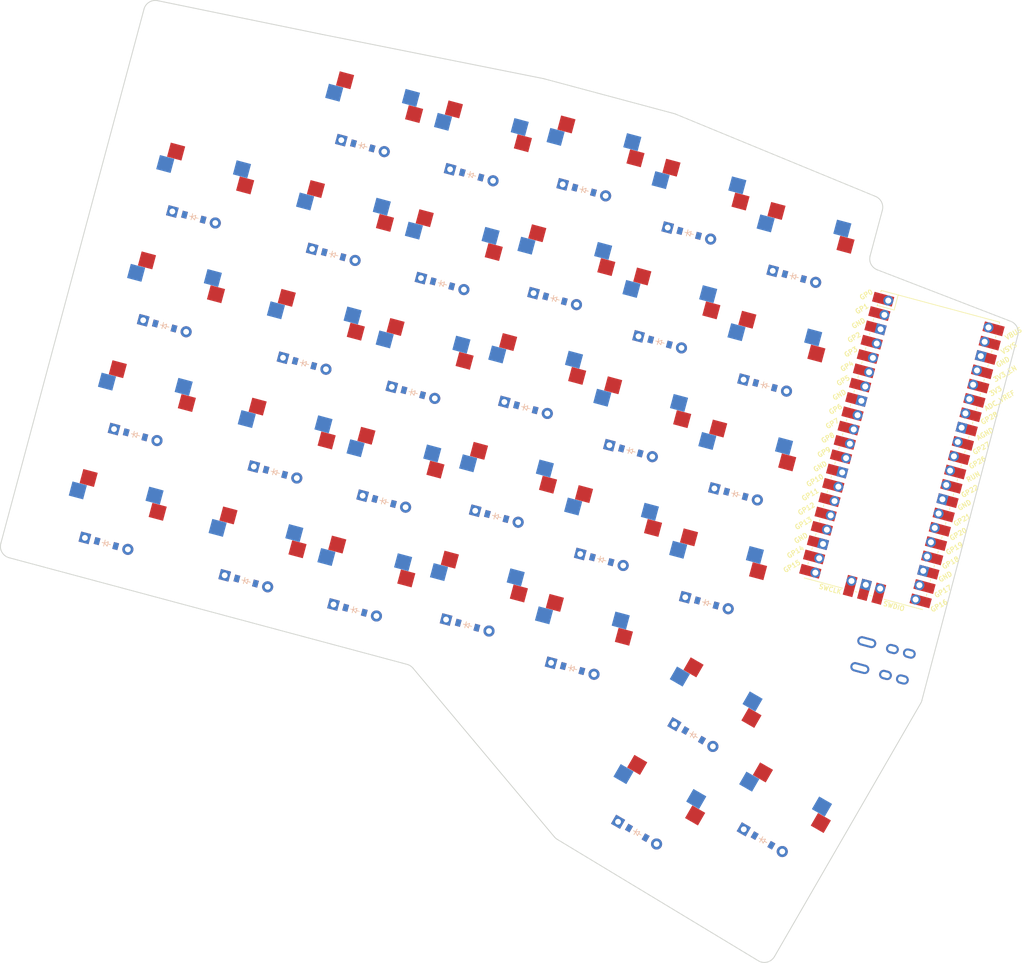
<source format=kicad_pcb>
(kicad_pcb (version 20240108) (generator "pcbnew") (generator_version "8.0")
  (title_block (title "tutorial") (rev "v1.0.0") (company "Unknown"))
  (layers (0 "F.Cu" signal) (31 "B.Cu" signal) (34 "B.Paste" user) (35 "F.Paste" user) (36 "B.SilkS" user "B.Silkscreen") (37 "F.SilkS" user "F.Silkscreen") (38 "B.Mask" user) (39 "F.Mask" user) (44 "Edge.Cuts" user))
  (net 0 "")
  (net 1 "outer_bottom")
  (net 2 "outer_home")
  (net 3 "outer_top")
  (net 4 "outer_num")
  (net 5 "pinky_mod")
  (net 6 "pinky_bottom")
  (net 7 "pinky_home")
  (net 8 "pinky_top")
  (net 9 "pinky_num")
  (net 10 "ring_mod")
  (net 11 "ring_bottom")
  (net 12 "ring_home")
  (net 13 "ring_top")
  (net 14 "ring_num")
  (net 15 "middle_mod")
  (net 16 "middle_bottom")
  (net 17 "middle_home")
  (net 18 "middle_top")
  (net 19 "middle_num")
  (net 20 "index_mod")
  (net 21 "index_bottom")
  (net 22 "index_home")
  (net 23 "index_top")
  (net 24 "index_num")
  (net 25 "inner_bottom")
  (net 26 "inner_home")
  (net 27 "inner_top")
  (net 28 "inner_num")
  (net 29 "layer_cluster")
  (net 30 "layer_top")
  (net 31 "space_cluster")
  (net 32 "GP0")
  (net 33 "GP1")
  (net 34 "GP2")
  (net 35 "GP3")
  (net 36 "GP4")
  (net 37 "GP5")
  (net 38 "GP6")
  (net 39 "GP7")
  (net 40 "GP8")
  (net 41 "GP9")
  (net 42 "GP10")
  (net 43 "GP11")
  (net 44 "GP12")
  (net 45 "GP13")
  (net 46 "GP14")
  (net 47 "GP15")
  (net 48 "GP16")
  (net 49 "GP17")
  (net 50 "GP18")
  (net 51 "GP19")
  (net 52 "GP20")
  (net 53 "GP21")
  (net 54 "GP22")
  (net 55 "GP26")
  (net 56 "GP27")
  (net 57 "GP28")
  (net 58 "RUN")
  (net 59 "ADC_VREF")
  (net 60 "3V3")
  (net 61 "3V3_EN")
  (net 62 "VSYS")
  (net 63 "VBUS")
  (net 64 "GND")
  (net 65 "AGND")
  (net 66 "VCC")
  (net 67 "P2")
  (footprint "MX" (layer "F.Cu") (at 160.583159 106.594085 -15)
    (property "Reference" "S21" (hide yes))
    (property "Value" "" (hide yes))
    (pad "" np_thru_hole circle (at -5.08 0) (size 1.7018 1.7018) (drill 1.7018) (layers "*.Cu" "*.Mask"))
    (pad "" np_thru_hole circle (at -3.81 -2.54) (size 3 3) (drill 3) (layers "*.Cu" "*.Mask"))
    (pad "" np_thru_hole circle (at -2.54 -5.08) (size 3 3) (drill 3) (layers "*.Cu" "*.Mask"))
    (pad "" np_thru_hole circle (at 0 0) (size 3.9878 3.9878) (drill 3.9878) (layers "*.Cu" "*.Mask"))
    (pad "" np_thru_hole circle (at 2.54 -5.08) (size 3 3) (drill 3) (layers "*.Cu" "*.Mask"))
    (pad "" np_thru_hole circle (at 3.81 -2.54) (size 3 3) (drill 3) (layers "*.Cu" "*.Mask"))
    (pad "" np_thru_hole circle (at 5.08 0) (size 1.7018 1.7018) (drill 1.7018) (layers "*.Cu" "*.Mask"))
    (pad "1" smd rect (at -7.085 -2.54 345) (size 2.55 2.5) (layers "B.Cu" "B.Paste" "B.Mask"))
    (pad "1" smd rect (at 7.085 -2.54 345) (size 2.55 2.5) (layers "F.Cu" "F.Paste" "F.Mask"))
    (pad "2" smd rect (at -5.842 -5.08 345) (size 2.55 2.5) (layers "F.Cu" "F.Paste" "F.Mask") (net 21 "index_bottom"))
    (pad "2" smd rect (at 5.842 -5.08 345) (size 2.55 2.5) (layers "B.Cu" "B.Paste" "B.Mask") (net 21 "index_bottom"))
  )
  (footprint "ComboDiode" (layer "F.Cu") (at 103.361959 96.438092 -15)
    (property "Reference" "D6" (hide yes))
    (property "Value" "" (hide yes))
    (pad "1" thru_hole rect (at -3.81 -0.000001 345) (size 1.778 1.778) (drill 0.9906) (layers "*.Cu" "*.Mask"))
    (pad "1" smd rect (at -1.65 0.000001 345) (size 0.9 1.2) (layers "F.Cu" "F.Paste" "F.Mask"))
    (pad "1" smd rect (at -1.65 0.000001 345) (size 0.9 1.2) (layers "B.Cu" "B.Paste" "B.Mask"))
    (pad "2" smd rect (at 1.65 -0.000001 345) (size 0.9 1.2) (layers "F.Cu" "F.Paste" "F.Mask") (net 6 "pinky_bottom"))
    (pad "2" smd rect (at 1.65 -0.000001 345) (size 0.9 1.2) (layers "B.Cu" "B.Paste" "B.Mask") (net 6 "pinky_bottom"))
    (pad "2" thru_hole circle (at 3.81 0.000001 345) (size 1.905 1.905) (drill 0.9906) (layers "*.Cu" "*.Mask") (net 6 "pinky_bottom"))
  )
  (footprint "MX" (layer "F.Cu") (at 178.57848 114.004107 -15)
    (property "Reference" "S25" (hide yes))
    (property "Value" "" (hide yes))
    (pad "" np_thru_hole circle (at -5.08 0) (size 1.7018 1.7018) (drill 1.7018) (layers "*.Cu" "*.Mask"))
    (pad "" np_thru_hole circle (at -3.81 -2.54) (size 3 3) (drill 3) (layers "*.Cu" "*.Mask"))
    (pad "" np_thru_hole circle (at -2.54 -5.08) (size 3 3) (drill 3) (layers "*.Cu" "*.Mask"))
    (pad "" np_thru_hole circle (at 0 0) (size 3.9878 3.9878) (drill 3.9878) (layers "*.Cu" "*.Mask"))
    (pad "" np_thru_hole circle (at 2.54 -5.08) (size 3 3) (drill 3) (layers "*.Cu" "*.Mask"))
    (pad "" np_thru_hole circle (at 3.81 -2.54) (size 3 3) (drill 3) (layers "*.Cu" "*.Mask"))
    (pad "" np_thru_hole circle (at 5.08 0) (size 1.7018 1.7018) (drill 1.7018) (layers "*.Cu" "*.Mask"))
    (pad "1" smd rect (at -7.085 -2.54 345) (size 2.55 2.5) (layers "B.Cu" "B.Paste" "B.Mask"))
    (pad "1" smd rect (at 7.085 -2.54 345) (size 2.55 2.5) (layers "F.Cu" "F.Paste" "F.Mask"))
    (pad "2" smd rect (at -5.842 -5.08 345) (size 2.55 2.5) (layers "F.Cu" "F.Paste" "F.Mask") (net 25 "inner_bottom"))
    (pad "2" smd rect (at 5.842 -5.08 345) (size 2.55 2.5) (layers "B.Cu" "B.Paste" "B.Mask") (net 25 "inner_bottom"))
  )
  (footprint "ComboDiode" (layer "F.Cu") (at 122.004327 101.433299 -15)
    (property "Reference" "D11" (hide yes))
    (property "Value" "" (hide yes))
    (pad "1" thru_hole rect (at -3.81 -0.000001 345) (size 1.778 1.778) (drill 0.9906) (layers "*.Cu" "*.Mask"))
    (pad "1" smd rect (at -1.65 0.000001 345) (size 0.9 1.2) (layers "F.Cu" "F.Paste" "F.Mask"))
    (pad "1" smd rect (at -1.65 0.000001 345) (size 0.9 1.2) (layers "B.Cu" "B.Paste" "B.Mask"))
    (pad "2" smd rect (at 1.65 -0.000001 345) (size 0.9 1.2) (layers "F.Cu" "F.Paste" "F.Mask") (net 11 "ring_bottom"))
    (pad "2" smd rect (at 1.65 -0.000001 345) (size 0.9 1.2) (layers "B.Cu" "B.Paste" "B.Mask") (net 11 "ring_bottom"))
    (pad "2" thru_hole circle (at 3.81 0.000001 345) (size 1.905 1.905) (drill 0.9906) (layers "*.Cu" "*.Mask") (net 11 "ring_bottom"))
  )
  (footprint "MX" (layer "F.Cu") (at 138.284045 40.676565 -15)
    (property "Reference" "S14" (hide yes))
    (property "Value" "" (hide yes))
    (pad "" np_thru_hole circle (at -5.08 0) (size 1.7018 1.7018) (drill 1.7018) (layers "*.Cu" "*.Mask"))
    (pad "" np_thru_hole circle (at -3.81 -2.54) (size 3 3) (drill 3) (layers "*.Cu" "*.Mask"))
    (pad "" np_thru_hole circle (at -2.54 -5.08) (size 3 3) (drill 3) (layers "*.Cu" "*.Mask"))
    (pad "" np_thru_hole circle (at 0 0) (size 3.9878 3.9878) (drill 3.9878) (layers "*.Cu" "*.Mask"))
    (pad "" np_thru_hole circle (at 2.54 -5.08) (size 3 3) (drill 3) (layers "*.Cu" "*.Mask"))
    (pad "" np_thru_hole circle (at 3.81 -2.54) (size 3 3) (drill 3) (layers "*.Cu" "*.Mask"))
    (pad "" np_thru_hole circle (at 5.08 0) (size 1.7018 1.7018) (drill 1.7018) (layers "*.Cu" "*.Mask"))
    (pad "1" smd rect (at -7.085 -2.54 345) (size 2.55 2.5) (layers "B.Cu" "B.Paste" "B.Mask"))
    (pad "1" smd rect (at 7.085 -2.54 345) (size 2.55 2.5) (layers "F.Cu" "F.Paste" "F.Mask"))
    (pad "2" smd rect (at -5.842 -5.08 345) (size 2.55 2.5) (layers "F.Cu" "F.Paste" "F.Mask") (net 14 "ring_num"))
    (pad "2" smd rect (at 5.842 -5.08 345) (size 2.55 2.5) (layers "B.Cu" "B.Paste" "B.Mask") (net 14 "ring_num"))
  )
  (footprint "ComboDiode" (layer "F.Cu") (at 177.284385 118.833737 -15)
    (property "Reference" "D25" (hide yes))
    (property "Value" "" (hide yes))
    (pad "1" thru_hole rect (at -3.81 -0.000001 345) (size 1.778 1.778) (drill 0.9906) (layers "*.Cu" "*.Mask"))
    (pad "1" smd rect (at -1.65 0.000001 345) (size 0.9 1.2) (layers "F.Cu" "F.Paste" "F.Mask"))
    (pad "1" smd rect (at -1.65 0.000001 345) (size 0.9 1.2) (layers "B.Cu" "B.Paste" "B.Mask"))
    (pad "2" smd rect (at 1.65 -0.000001 345) (size 0.9 1.2) (layers "F.Cu" "F.Paste" "F.Mask") (net 25 "inner_bottom"))
    (pad "2" smd rect (at 1.65 -0.000001 345) (size 0.9 1.2) (layers "B.Cu" "B.Paste" "B.Mask") (net 25 "inner_bottom"))
    (pad "2" thru_hole circle (at 3.81 0.000001 345) (size 1.905 1.905) (drill 0.9906) (layers "*.Cu" "*.Mask") (net 25 "inner_bottom"))
  )
  (footprint "ComboDiode" (layer "F.Cu") (at 192.270007 62.906631 -15)
    (property "Reference" "D28" (hide yes))
    (property "Value" "" (hide yes))
    (pad "1" thru_hole rect (at -3.81 -0.000001 345) (size 1.778 1.778) (drill 0.9906) (layers "*.Cu" "*.Mask"))
    (pad "1" smd rect (at -1.65 0.000001 345) (size 0.9 1.2) (layers "F.Cu" "F.Paste" "F.Mask"))
    (pad "1" smd rect (at -1.65 0.000001 345) (size 0.9 1.2) (layers "B.Cu" "B.Paste" "B.Mask"))
    (pad "2" smd rect (at 1.65 -0.000001 345) (size 0.9 1.2) (layers "F.Cu" "F.Paste" "F.Mask") (net 28 "inner_num"))
    (pad "2" smd rect (at 1.65 -0.000001 345) (size 0.9 1.2) (layers "B.Cu" "B.Paste" "B.Mask") (net 28 "inner_num"))
    (pad "2" thru_hole circle (at 3.81 0.000001 345) (size 1.905 1.905) (drill 0.9906) (layers "*.Cu" "*.Mask") (net 28 "inner_num"))
  )
  (footprint "ComboDiode" (layer "F.Cu") (at 164.284272 92.781346 -15)
    (property "Reference" "D22" (hide yes))
    (property "Value" "" (hide yes))
    (pad "1" thru_hole rect (at -3.81 -0.000001 345) (size 1.778 1.778) (drill 0.9906) (layers "*.Cu" "*.Mask"))
    (pad "1" smd rect (at -1.65 0.000001 345) (size 0.9 1.2) (layers "F.Cu" "F.Paste" "F.Mask"))
    (pad "1" smd rect (at -1.65 0.000001 345) (size 0.9 1.2) (layers "B.Cu" "B.Paste" "B.Mask"))
    (pad "2" smd rect (at 1.65 -0.000001 345) (size 0.9 1.2) (layers "F.Cu" "F.Paste" "F.Mask") (net 22 "index_home"))
    (pad "2" smd rect (at 1.65 -0.000001 345) (size 0.9 1.2) (layers "B.Cu" "B.Paste" "B.Mask") (net 22 "index_home"))
    (pad "2" thru_hole circle (at 3.81 0.000001 345) (size 1.905 1.905) (drill 0.9906) (layers "*.Cu" "*.Mask") (net 22 "index_home"))
  )
  (footprint "MX" (layer "F.Cu") (at 90.691508 47.905013 -15)
    (property "Reference" "S4" (hide yes))
    (property "Value" "" (hide yes))
    (pad "" np_thru_hole circle (at -5.08 0) (size 1.7018 1.7018) (drill 1.7018) (layers "*.Cu" "*.Mask"))
    (pad "" np_thru_hole circle (at -3.81 -2.54) (size 3 3) (drill 3) (layers "*.Cu" "*.Mask"))
    (pad "" np_thru_hole circle (at -2.54 -5.08) (size 3 3) (drill 3) (layers "*.Cu" "*.Mask"))
    (pad "" np_thru_hole circle (at 0 0) (size 3.9878 3.9878) (drill 3.9878) (layers "*.Cu" "*.Mask"))
    (pad "" np_thru_hole circle (at 2.54 -5.08) (size 3 3) (drill 3) (layers "*.Cu" "*.Mask"))
    (pad "" np_thru_hole circle (at 3.81 -2.54) (size 3 3) (drill 3) (layers "*.Cu" "*.Mask"))
    (pad "" np_thru_hole circle (at 5.08 0) (size 1.7018 1.7018) (drill 1.7018) (layers "*.Cu" "*.Mask"))
    (pad "1" smd rect (at -7.085 -2.54 345) (size 2.55 2.5) (layers "B.Cu" "B.Paste" "B.Mask"))
    (pad "1" smd rect (at 7.085 -2.54 345) (size 2.55 2.5) (layers "F.Cu" "F.Paste" "F.Mask"))
    (pad "2" smd rect (at -5.842 -5.08 345) (size 2.55 2.5) (layers "F.Cu" "F.Paste" "F.Mask") (net 4 "outer_num"))
    (pad "2" smd rect (at 5.842 -5.08 345) (size 2.55 2.5) (layers "B.Cu" "B.Paste" "B.Mask") (net 4 "outer_num"))
  )
  (footprint "ComboDiode" (layer "F.Cu") (at 117.009119 120.075668 -15)
    (property "Reference" "D10" (hide yes))
    (property "Value" "" (hide yes))
    (pad "1" thru_hole rect (at -3.81 -0.000001 345) (size 1.778 1.778) (drill 0.9906) (layers "*.Cu" "*.Mask"))
    (pad "1" smd rect (at -1.65 0.000001 345) (size 0.9 1.2) (layers "F.Cu" "F.Paste" "F.Mask"))
    (pad "1" smd rect (at -1.65 0.000001 345) (size 0.9 1.2) (layers "B.Cu" "B.Paste" "B.Mask"))
    (pad "2" smd rect (at 1.65 -0.000001 345) (size 0.9 1.2) (layers "F.Cu" "F.Paste" "F.Mask") (net 10 "ring_mod"))
    (pad "2" smd rect (at 1.65 -0.000001 345) (size 0.9 1.2) (layers "B.Cu" "B.Paste" "B.Mask") (net 10 "ring_mod"))
    (pad "2" thru_hole circle (at 3.81 0.000001 345) (size 1.905 1.905) (drill 0.9906) (layers "*.Cu" "*.Mask") (net 10 "ring_mod"))
  )
  (footprint "ComboDiode" (layer "F.Cu") (at 131.994742 64.148562 -15)
    (property "Reference" "D13" (hide yes))
    (property "Value" "" (hide yes))
    (pad "1" thru_hole rect (at -3.81 -0.000001 345) (size 1.778 1.778) (drill 0.9906) (layers "*.Cu" "*.Mask"))
    (pad "1" smd rect (at -1.65 0.000001 345) (size 0.9 1.2) (layers "F.Cu" "F.Paste" "F.Mask"))
    (pad "1" smd rect (at -1.65 0.000001 345) (size 0.9 1.2) (layers "B.Cu" "B.Paste" "B.Mask"))
    (pad "2" smd rect (at 1.65 -0.000001 345) (size 0.9 1.2) (layers "F.Cu" "F.Paste" "F.Mask") (net 13 "ring_top"))
    (pad "2" smd rect (at 1.65 -0.000001 345) (size 0.9 1.2) (layers "B.Cu" "B.Paste" "B.Mask") (net 13 "ring_top"))
    (pad "2" thru_hole circle (at 3.81 0.000001 345) (size 1.905 1.905) (drill 0.9906) (layers "*.Cu" "*.Mask") (net 13 "ring_top"))
  )
  (footprint "MX" (layer "F.Cu") (at 99.660846 110.250831 -15)
    (property "Reference" "S5" (hide yes))
    (property "Value" "" (hide yes))
    (pad "" np_thru_hole circle (at -5.08 0) (size 1.7018 1.7018) (drill 1.7018) (layers "*.Cu" "*.Mask"))
    (pad "" np_thru_hole circle (at -3.81 -2.54) (size 3 3) (drill 3) (layers "*.Cu" "*.Mask"))
    (pad "" np_thru_hole circle (at -2.54 -5.08) (size 3 3) (drill 3) (layers "*.Cu" "*.Mask"))
    (pad "" np_thru_hole circle (at 0 0) (size 3.9878 3.9878) (drill 3.9878) (layers "*.Cu" "*.Mask"))
    (pad "" np_thru_hole circle (at 2.54 -5.08) (size 3 3) (drill 3) (layers "*.Cu" "*.Mask"))
    (pad "" np_thru_hole circle (at 3.81 -2.54) (size 3 3) (drill 3) (layers "*.Cu" "*.Mask"))
    (pad "" np_thru_hole circle (at 5.08 0) (size 1.7018 1.7018) (drill 1.7018) (layers "*.Cu" "*.Mask"))
    (pad "1" smd rect (at -7.085 -2.54 345) (size 2.55 2.5) (layers "B.Cu" "B.Paste" "B.Mask"))
    (pad "1" smd rect (at 7.085 -2.54 345) (size 2.55 2.5) (layers "F.Cu" "F.Paste" "F.Mask"))
    (pad "2" smd rect (at -5.842 -5.08 345) (size 2.55 2.5) (layers "F.Cu" "F.Paste" "F.Mask") (net 5 "pinky_mod"))
    (pad "2" smd rect (at 5.842 -5.08 345) (size 2.55 2.5) (layers "B.Cu" "B.Paste" "B.Mask") (net 5 "pinky_mod"))
  )
  (footprint "ComboDiode" (layer "F.Cu") (at 98.366751 115.08046 -15)
    (property "Reference" "D5" (hide yes))
    (property "Value" "" (hide yes))
    (pad "1" thru_hole rect (at -3.81 -0.000001 345) (size 1.778 1.778) (drill 0.9906) (layers "*.Cu" "*.Mask"))
    (pad "1" smd rect (at -1.65 0.000001 345) (size 0.9 1.2) (layers "F.Cu" "F.Paste" "F.Mask"))
    (pad "1" smd rect (at -1.65 0.000001 345) (size 0.9 1.2) (layers "B.Cu" "B.Paste" "B.Mask"))
    (pad "2" smd rect (at 1.65 -0.000001 345) (size 0.9 1.2) (layers "F.Cu" "F.Paste" "F.Mask") (net 5 "pinky_mod"))
    (pad "2" smd rect (at 1.65 -0.000001 345) (size 0.9 1.2) (layers "B.Cu" "B.Paste" "B.Mask") (net 5 "pinky_mod"))
    (pad "2" thru_hole circle (at 3.81 0.000001 345) (size 1.905 1.905) (drill 0.9906) (layers "*.Cu" "*.Mask") (net 5 "pinky_mod"))
  )
  (footprint "MX" (layer "F.Cu") (at 167.889253 153.896844 -30)
    (property "Reference" "S29" (hide yes))
    (property "Value" "" (hide yes))
    (pad "" np_thru_hole circle (at -5.08 0) (size 1.7018 1.7018) (drill 1.7018) (layers "*.Cu" "*.Mask"))
    (pad "" np_thru_hole circle (at -3.81 -2.54) (size 3 3) (drill 3) (layers "*.Cu" "*.Mask"))
    (pad "" np_thru_hole circle (at -2.54 -5.08) (size 3 3) (drill 3) (layers "*.Cu" "*.Mask"))
    (pad "" np_thru_hole circle (at 0 0) (size 3.9878 3.9878) (drill 3.9878) (layers "*.Cu" "*.Mask"))
    (pad "" np_thru_hole circle (at 2.54 -5.08) (size 3 3) (drill 3) (layers "*.Cu" "*.Mask"))
    (pad "" np_thru_hole circle (at 3.81 -2.540001) (size 3 3) (drill 3) (layers "*.Cu" "*.Mask"))
    (pad "" np_thru_hole circle (at 5.08 0) (size 1.7018 1.7018) (drill 1.7018) (layers "*.Cu" "*.Mask"))
    (pad "1" smd rect (at -7.085 -2.54 330) (size 2.55 2.5) (layers "B.Cu" "B.Paste" "B.Mask"))
    (pad "1" smd rect (at 7.085 -2.54 330) (size 2.55 2.5) (layers "F.Cu" "F.Paste" "F.Mask"))
    (pad "2" smd rect (at -5.842 -5.08 330) (size 2.55 2.5) (layers "F.Cu" "F.Paste" "F.Mask") (net 29 "layer_cluster"))
    (pad "2" smd rect (at 5.842 -5.08 330) (size 2.55 2.5) (layers "B.Cu" "B.Paste" "B.Mask") (net 29 "layer_cluster"))
  )
  (footprint "RPi_Pico_SMD_TH" (layer "F.Cu") (at 210.730194 92.627828 -15)
    (property "Reference" "_1" (hide yes))
    (property "Value" "RPi_Pico_SMD_TH")
    (fp_text user "GND" (at 12.8 6.35 30) (layer "F.SilkS") (effects (font (size 0.8 0.8))))
    (fp_text user "VSYS" (at 13.2 -21.59 30) (layer "F.SilkS") (effects (font (size 0.8 0.8))))
    (fp_text user "GND" (at 12.8 19.05 30) (layer "F.SilkS") (effects (font (size 0.8 0.8))))
    (fp_text user "GND" (at -12.8 -19.05 30) (layer "F.SilkS") (effects (font (size 0.8 0.8))))
    (fp_text user "GP0" (at -12.8 -24.13 30) (layer "F.SilkS") (effects (font (size 0.8 0.8))))
    (fp_text user "GP8" (at -12.8 1.27 30) (layer "F.SilkS") (effects (font (size 0.8 0.8))))
    (fp_text user "SWDIO" (at 5.6 26.2 -15) (layer "F.SilkS") (effects (font (size 0.8 0.8))))
    (fp_text user "GP14" (at -13.100001 21.59 30) (layer "F.SilkS") (effects (font (size 0.8 0.8))))
    (fp_text user "VBUS" (at 13.3 -24.2 30) (layer "F.SilkS") (effects (font (size 0.8 0.8))))
    (fp_text user "GP20" (at 13.054 11.43 30) (layer "F.SilkS") (effects (font (size 0.8 0.8))))
    (fp_text user "GP11" (at -13.2 11.43 30) (layer "F.SilkS") (effects (font (size 0.8 0.8))))
    (fp_text user "ADC_VREF" (at 14 -12.5 30) (layer "F.SilkS") (effects (font (size 0.8 0.8))))
    (fp_text user "GP12" (at -13.2 13.97 30) (layer "F.SilkS") (effects (font (size 0.8 0.8))))
    (fp_text user "GP18" (at 13.054 16.51 30) (layer "F.SilkS") (effects (font (size 0.8 0.8))))
    (fp_text user "GP7" (at -12.7 -1.3 30) (layer "F.SilkS") (effects (font (size 0.8 0.8))))
    (fp_text user "GP3" (at -12.800001 -13.97 30) (layer "F.SilkS") (effects (font (size 0.8 0.8))))
    (fp_text user "3V3_EN" (at 13.7 -17.2 30) (layer "F.SilkS") (effects (font (size 0.8 0.8))))
    (fp_text user "GP10" (at -13.054 8.89 30) (layer "F.SilkS") (effects (font (size 0.8 0.8))))
    (fp_text user "GP9" (at -12.8 3.81 30) (layer "F.SilkS") (effects (font (size 0.8 0.8))))
    (fp_text user "3V3" (at 12.9 -13.9 30) (layer "F.SilkS") (effects (font (size 0.8 0.8))))
    (fp_text user "GP26" (at 13.054 -1.27 30) (layer "F.SilkS") (effects (font (size 0.8 0.8))))
    (fp_text user "GND" (at 12.8 -19.05 30) (layer "F.SilkS") (effects (font (size 0.8 0.8))))
    (fp_text user "GP28" (at 13.054 -9.144 30) (layer "F.SilkS") (effects (font (size 0.8 0.8))))
    (fp_text user "GP6" (at -12.8 -3.81 30) (layer "F.SilkS") (effects (font (size 0.8 0.8))))
    (fp_text user "GND" (at -12.8 19.05 30) (layer "F.SilkS") (effects (font (size 0.8 0.8))))
    (fp_text user "RUN" (at 13 1.27 30) (layer "F.SilkS") (effects (font (size 0.8 0.8))))
    (fp_text user "GP5" (at -12.8 -8.89 30) (layer "F.SilkS") (effects (font (size 0.8 0.8))))
    (fp_text user "GP21" (at 13.054 8.9 30) (layer "F.SilkS") (effects (font (size 0.8 0.8))))
    (fp_text user "GP19" (at 13.054 13.97 30) (layer "F.SilkS") (effects (font (size 0.8 0.8))))
    (fp_text user "GP16" (at 13.054 24.13 30) (layer "F.SilkS") (effects (font (size 0.8 0.8))))
    (fp_text user "GP17" (at 13.054 21.589999 30) (layer "F.SilkS") (effects (font (size 0.8 0.8))))
    (fp_text user "AGND" (at 13.054 -6.35 30) (layer "F.SilkS") (effects (font (size 0.8 0.8))))
    (fp_text user "GND" (at -12.8 -6.35 30) (layer "F.SilkS") (effects (font (size 0.8 0.8))))
    (fp_text user "GP22" (at 13.054 3.81 30) (layer "F.SilkS") (effects (font (size 0.8 0.8))))
    (fp_text user "GP4" (at -12.8 -11.43 30) (layer "F.SilkS") (effects (font (size 0.8 0.8))))
    (fp_text user "GP15" (at -13.054 24.13 30) (layer "F.SilkS") (effects (font (size 0.8 0.8))))
    (fp_text user "GP27" (at 13.054 -3.8 30) (layer "F.SilkS") (effects (font (size 0.8 0.8))))
    (fp_text user "GP2" (at -12.9 -16.51 30) (layer "F.SilkS") (effects (font (size 0.8 0.8))))
    (fp_text user "GP13" (at -13.054 16.51 30) (layer "F.SilkS") (effects (font (size 0.8 0.8))))
    (fp_text user "SWCLK" (at -5.7 26.2 -15) (layer "F.SilkS") (effects (font (size 0.8 0.8))))
    (fp_text user "GP1" (at -12.9 -21.6 30) (layer "F.SilkS") (effects (font (size 0.8 0.8))))
    (fp_text user "GND" (at -12.800001 6.35 30) (layer "F.SilkS") (effects (font (size 0.8 0.8))))
    (pad "" np_thru_hole oval (at -2.725 -24) (size 1.8 1.8) (drill 1.8) (layers "*.Cu" "*.Mask"))
    (pad "" np_thru_hole oval (at -2.425 -20.97) (size 1.5 1.5) (drill 1.5) (layers "*.Cu" "*.Mask"))
    (pad "" np_thru_hole oval (at 2.425001 -20.97) (size 1.5 1.5) (drill 1.5) (layers "*.Cu" "*.Mask"))
    (pad "" np_thru_hole oval (at 2.725 -24) (size 1.8 1.8) (drill 1.8) (layers "*.Cu" "*.Mask"))
    (pad "1" thru_hole oval (at -8.89 -24.13) (size 1.7 1.7) (drill 1.02) (layers "*.Cu" "*.Mask") (net 32 "GP0"))
    (pad "1" smd rect (at -8.89 -24.13 345) (size 3.5 1.7) (drill (offset -0.9 0)) (layers "F.Cu" "F.Mask") (net 32 "GP0"))
    (pad "2" thru_hole oval (at -8.89 -21.59) (size 1.7 1.7) (drill 1.02) (layers "*.Cu" "*.Mask") (net 33 "GP1"))
    (pad "2" smd rect (at -8.89 -21.59 345) (size 3.5 1.7) (drill (offset -0.9 0)) (layers "F.Cu" "F.Mask") (net 33 "GP1"))
    (pad "3" thru_hole rect (at -8.89 -19.05 345) (size 1.7 1.7) (drill 1.02) (layers "*.Cu" "*.Mask") (net 64 "GND"))
    (pad "3" smd rect (at -8.89 -19.05 345) (size 3.5 1.7) (drill (offset -0.9 0)) (layers "F.Cu" "F.Mask") (net 64 "GND"))
    (pad "4" thru_hole oval (at -8.89 -16.51) (size 1.7 1.7) (drill 1.02) (layers "*.Cu" "*.Mask") (net 34 "GP2"))
    (pad "4" smd rect (at -8.89 -16.51 345) (size 3.5 1.7) (drill (offset -0.9 0)) (layers "F.Cu" "F.Mask") (net 34 "GP2"))
    (pad "5" thru_hole oval (at -8.89 -13.97) (size 1.7 1.7) (drill 1.02) (layers "*.Cu" "*.Mask") (net 35 "GP3"))
    (pad "5" smd rect (at -8.89 -13.97 345) (size 3.5 1.7) (drill (offset -0.9 0)) (layers "F.Cu" "F.Mask") (net 35 "GP3"))
    (pad "6" thru_hole oval (at -8.89 -11.43) (size 1.7 1.7) (drill 1.02) (layers "*.Cu" "*.Mask") (net 36 "GP4"))
    (pad "6" smd rect (at -8.89 -11.43 345) (size 3.5 1.7) (drill (offset -0.9 0)) (layers "F.Cu" "F.Mask") (net 36 "GP4"))
    (pad "7" thru_hole oval (at -8.89 -8.89) (size 1.7 1.7) (drill 1.02) (layers "*.Cu" "*.Mask") (net 37 "GP5"))
    (pad "7" smd rect (at -8.89 -8.89 345) (size 3.5 1.7) (drill (offset -0.9 0)) (layers "F.Cu" "F.Mask") (net 37 "GP5"))
    (pad "8" thru_hole rect (at -8.89 -6.35 345) (size 1.7 1.7) (drill 1.02) (layers "*.Cu" "*.Mask") (net 64 "GND"))
    (pad "8" smd rect (at -8.89 -6.35 345) (size 3.5 1.7) (drill (offset -0.9 0)) (layers "F.Cu" "F.Mask") (net 64 "GND"))
    (pad "9" thru_hole oval (at -8.89 -3.81) (size 1.7 1.7) (drill 1.02) (layers "*.Cu" "*.Mask") (net 38 "GP6"))
    (pad "9" smd rect (at -8.89 -3.81 345) (size 3.5 1.7) (drill (offset -0.9 0)) (layers "F.Cu" "F.Mask") (net 38 "GP6"))
    (pad "10" thru_hole oval (at -8.89 -1.27) (size 1.7 1.7) (drill 1.02) (layers "*.Cu" "*.Mask") (net 39 "GP7"))
    (pad "10" smd rect (at -8.89 -1.27 345) (size 3.5 1.7) (drill (offset -0.9 0)) (layers "F.Cu" "F.Mask") (net 39 "GP7"))
    (pad "11" thru_hole oval (at -8.89 1.27) (size 1.7 1.7) (drill 1.02) (layers "*.Cu" "*.Mask") (net 40 "GP8"))
    (pad "11" smd rect (at -8.89 1.27 345) (size 3.5 1.7) (drill (offset -0.9 0)) (layers "F.Cu" "F.Mask") (net 40 "GP8"))
    (pad "12" thru_hole oval (at -8.89 3.81) (size 1.7 1.7) (drill 1.02) (layers "*.Cu" "*.Mask") (net 41 "GP9"))
    (pad "12" smd rect (at -8.89 3.81 345) (size 3.5 1.7) (drill (offset -0.9 0)) (layers "F.Cu" "F.Mask") (net 41 "GP9"))
    (pad "13" thru_hole rect (at -8.89 6.35 345) (size 1.7 1.7) (drill 1.02) (layers "*.Cu" "*.Mask") (net 64 "GND"))
    (pad "13" smd rect (at -8.89 6.35 345) (size 3.5 1.7) (drill (offset -0.9 0)) (layers "F.Cu" "F.Mask") (net 64 "GND"))
    (pad "14" thru_hole oval (at -8.89 8.89) (size 1.7 1.7) (drill 1.02) (layers "*.Cu" "*.Mask") (net 42 "GP10"))
    (pad "14" smd rect (at -8.89 8.89 345) (size 3.5 1.7) (drill (offset -0.9 0)) (layers "F.Cu" "F.Mask") (net 42 "GP10"))
    (pad "15" thru_hole oval (at -8.89 11.43) (size 1.7 1.7) (drill 1.02) (layers "*.Cu" "*.Mask") (net 43 "GP11"))
    (pad "15" smd rect (at -8.89 11.43 345) (size 3.5 1.7) (drill (offset -0.9 0)) (layers "F.Cu" "F.Mask") (net 43 "GP11"))
    (pad "16" thru_hole oval (at -8.89 13.97) (size 1.7 1.7) (drill 1.02) (layers "*.Cu" "*.Mask") (net 44 "GP12"))
    (pad "16" smd rect (at -8.89 13.97 345) (size 3.5 1.7) (drill (offset -0.9 0)) (layers "F.Cu" "F.Mask") (net 44 "GP12"))
    (pad "17" thru_hole oval (at -8.89 16.51) (size 1.7 1.7) (drill 1.02) (layers "*.Cu" "*.Mask") (net 45 "GP13"))
    (pad "17" smd rect (at -8.89 16.51 345) (size 3.5 1.7) (drill (offset -0.9 0)) (layers "F.Cu" "F.Mask") (net 45 "GP13"))
    (pad "18" thru_hole rect (at -8.89 19.05 345) (size 1.7 1.7) (drill 1.02) (layers "*.Cu" "*.Mask") (net 64 "GND"))
    (pad "18" smd rect (at -8.89 19.05 345) (size 3.5 1.7) (drill (offset -0.9 0)) (layers "F.Cu" "F.Mask") (net 64 "GND"))
    (pad "19" thru_hole oval (at -8.89 21.59) (size 1.7 1.7) (drill 1.02) (layers "*.Cu" "*.Mask") (net 46 "GP14"))
    (pad "19" smd rect (at -8.89 21.59 345) (size 3.5 1.7) (drill (offset -0.9 0)) (layers "F.Cu" "F.Mask") (net 46 "GP14"))
    (pad "20" thru_hole oval (at -8.89 24.13) (size 1.7 1.7) (drill 1.02) (layers "*.Cu" "*.Mask") (net 47 "GP15"))
    (pad "20" smd rect (at -8.89 24.13 345) (size 3.5 1.7) (drill (offset -0.9 0)) (layers "F.Cu" "F.Mask") (net 47 "GP15"))
    (pad "21" thru_hole oval (at 8.89 24.13) (size 1.7 1.7) (drill 1.02) (layers "*.Cu" "*.Mask") (net 48 "GP16"))
    (pad "21" smd rect (at 8.89 24.13 345) (size 3.5 1.7) (drill (offset 0.9 0)) (layers "F.Cu" "F.Mask") (net 48 "GP16"))
    (pad "22" thru_hole oval (at 8.89 21.59) (size 1.7 1.7) (drill 1.02) (layers "*.Cu" "*.Mask") (net 49 "GP17"))
    (pad "22" smd rect (at 8.89 21.59 345) (size 3.5 1.7) (drill (offset 0.9 0)) (layers "F.Cu" "F.Mask") (net 49 "GP17"))
    (pad "23" thru_hole rect (at 8.89 19.05 345) (size 1.7 1.7) (drill 1.02) (layers "*.Cu" "*.Mask") (net 64 "GND"))
    (pad "23" smd rect (at 8.89 19.05 345) (size 3.5 1.7) (drill (offset 0.9 0)) (layers "F.Cu" "F.Mask") (net 64 "GND"))
    (pad "24" thru_hole oval (at 8.89 16.51) (size 1.7 1.7) (drill 1.02) (layers "*.Cu" "*.Mask") (net 50 "GP18"))
    (pad "24" smd rect (at 8.89 16.51 345) (size 3.5 1.7) (drill (offset 0.9 0)) (layers "F.Cu" "F.Mask") (net 50 "GP18"))
    (pad "25" thru_hole oval (at 8.89 13.97) (size 1.7 1.7) (drill 1.02) (layers "*.Cu" "*.Mask") (net 51 "GP19"))
    (pad "25" smd rect (at 8.89 13.97 345) (size 3.5 1.7) (drill (offset 0.9 0)) (layers "F.Cu" "F.Mask") (net 51 "GP19"))
    (pad "26" thru_hole oval (at 8.89 11.43) (size 1.7 1.7) (drill 1.02) (layers "*.Cu" "*.Mask") (net 52 "GP20"))
    (pad "26" smd rect (at 8.89 11.43 345) (size 3.5 1.7) (drill (offset 0.9 0)) (layers "F.Cu" "F.Mask") (net 52 "GP20"))
    (pad "27" thru_hole oval (at 8.89 8.89) (size 1.7 1.7) (drill 1.02) (layers "*.Cu" "*.Mask") (net 53 "GP21"))
    (pad "27" smd rect (at 8.89 8.89 345) (size 3.5 1.7) (drill (offset 0.9 0)) (layers "F.Cu" "F.Mask") (net 53 "GP21"))
    (pad "28" thru_hole rect (at 8.89 6.35 345) (size 1.7 1.7) (drill 1.02) (layers "*.Cu" "*.Mask") (net 64 "GND"))
    (pad "28" smd rect (at 8.89 6.35 345) (size 3.5 1.7) (drill (offset 0.9 0)) (layers "F.Cu" "F.Mask") (net 64 "GND"))
    (pad "29" thru_hole oval (at 8.89 3.81) (size 1.7 1.7) (drill 1.02) (layers "*.Cu" "*.Mask") (net 54 "GP22"))
    (pad "29" smd rect (at 8.89 3.81 345) (size 3.5 1.7) (drill (offset 0.9 0)) (layers "F.Cu" "F.Mask") (net 54 "GP22"))
    (pad "30" thru_hole oval (at 8.89 1.27) (size 1.7 1.7) (drill 1.02) (layers "*.Cu" "*.Mask") (net 58 "RUN"))
    (pad "30" smd rect (at 8.89 1.27 345) (size 3.5 1.7) (drill (offset 0.9 0)) (layers "F.Cu" "F.Mask") (net 58 "RUN"))
    (pad "31" thru_hole oval (at 8.89 -1.27) (size 1.7 1.7) (drill 1.02) (layers "*.Cu" "*.Mask") (net 55 "GP26"))
    (pad "31" smd rect (at 8.89 -1.27 345) (size 3.5 1.7) (drill (offset 0.9 0)) (layers "F.Cu" "F.Mask") (net 55 "GP26"))
    (pad "32" thru_hole oval (at 8.89 -3.81) (size 1.7 1.7) (drill 1.02) (layers "*.Cu" "*.Mask") (net 56 "GP27"))
    (pad "32" smd rect (at 8.89 -3.81 345) (size 3.5 1.7) (drill (offset 0.9 0)) (layers "F.Cu" "F.Mask") (net 56 "GP27"))
    (pad "33" thru_hole rect (at 8.89 -6.35 345) (size 1.7 1.7) (drill 1.02) (layers "*.Cu" "*.Mask") (net 65 "AGND"))
    (pad "33" smd rect (at 8.89 -6.35 345) (size 3.5 1.7) (drill (offset 0.9 0)) (layers "F.Cu" "F.Mask") (net 65 "AGND"))
    (pad "34" thru_hole oval (at 8.89 -8.89) (size 1.7 1.7) (drill 1.02) (layers "*.Cu" "*.Mask") (net 57 "GP28"))
    (pad "34" smd rect (at 8.89 -8.89 345) (size 3.5 1.7) (drill (offset 0.9 0)) (layers "F.Cu" "F.Mask") (net 57 "GP28"))
    (pad "35" thru_hole oval (at 8.89 -11.43) (size 1.7 1.7) (drill 1.02) (layers "*.Cu" "*.Mask") (net 59 "ADC_VREF"))
    (pad "35" smd rect (at 8.89 -11.43 345) (size 3.5 1.7) (drill (offset 0.9 0)) (layers "F.Cu" "F.Mask") (net 59 "ADC_VREF"))
    (pad "36" thru_hole oval (at 8.89 -13.97) (size 1.7 1.7) (drill 1.02) (layers "*.Cu" "*.Mask") (net 60 "3V3"))
    (pad "36" smd rect (at 8.89 -13.97 345) (size 3.5 1.7) (drill (offset 0.9 0)) (layers "F.Cu" "F.Mask") (net 60 "3V3"))
    (pad "37" thru_hole oval (at 8.89 -16.51) (size 1.7 1.7) (drill 1.02) (layers "*.Cu" "*.Mask") (net 61 "3V3_EN"))
    (pad "37" smd rect (at 8.89 -16.51 345) (size 3.5 1.7) (drill (offset 0.9 0)) (layers "F.Cu" "F.Mask") (net 61 "3V3_EN"))
    (pad "38" thru_hole rect (at 8.89 -19.05 345) (size 1.7 1.7) (drill 1.02) (layers "*.Cu" "*.Mask") (net 64 "GND"))
    (pad "38" smd rect (at 8.89 -19.05 345) (size 3.5 1.7) (drill (offset 0.9 0)) (layers "F.Cu" "F.Mask") (net 64 "GND"))
    (pad "39" thru_hole oval (at 8.89 -21.59) (size 1.7 1.7) (drill 1.02) (layers "*.Cu" "*.Mask") (net 62 "VSYS"))
    (pad "39" smd rect (at 8.89 -21.59 345) (size 3.5 1.7) (drill (offset 0.9 0)) (layers "F.Cu" "F.Mask") (net 62 "VSYS"))
    (pad "40" thru_hole oval (at 8.89 -24.13) (size 1.7 1.7) (drill 1.02) (layers "*.Cu" "*.Mask") (net 63 "VBUS"))
    (pad "40" smd rect (at 8.89 -24.13 345) (size 3.5 1.7) (drill (offset 0.9 0)) (layers "F.Cu" "F.Mask") (net 63 "VBUS"))
    (pad "41" thru_hole oval (at -2.54 23.9) (size 1.7 1.7) (drill 1.02) (layers "*.Cu" "*.Mask"))
    (pad "41" smd rect (at -2.54 23.9 75) (size 3.5 1.7) (drill (offset -0.9 0)) (layers "F.Cu" "F.Mask"))
    (pad "42" thru_hole rect (at 0 23.9 345) (size 1.7 1.7) (drill 1.02) (layers "*.Cu" "*.Mask"))
    (pad "42" smd rect (at 0 23.9 75) (size 3.5 1.7) (drill (offset -0.9 0)) (layers "F.Cu" "F.Mask"))
    (pad "43" thru_hole oval (at 2.54 23.9) (size 1.7 1.7) (drill 1.02) (layers "*.Cu" "*.Mask"))
    (pad "43" smd rect (at 2.54 23.9 75) (size 3.5 1.7) (drill (offset -0.9 0)) (layers "F.Cu" "F.Mask"))
  )
  (footprint "MX" (layer "F.Cu") (at 188.568895 76.719371 -15)
    (property "Reference" "S27" (hide yes))
    (property "Value" "" (hide yes))
    (pad "" np_thru_hole circle (at -5.08 0) (size 1.7018 1.7018) (drill 1.7018) (layers "*.Cu" "*.Mask"))
    (pad "" np_thru_hole circle (at -3.81 -2.54) (size 3 3) (drill 3) (layers "*.Cu" "*.Mask"))
    (pad "" np_thru_hole circle (at -2.54 -5.08) (size 3 3) (drill 3) (layers "*.Cu" "*.Mask"))
    (pad "" np_thru_hole circle (at 0 0) (size 3.9878 3.9878) (drill 3.9878) (layers "*.Cu" "*.Mask"))
    (pad "" np_thru_hole circle (at 2.54 -5.08) (size 3 3) (drill 3) (layers "*.Cu" "*.Mask"))
    (pad "" np_thru_hole circle (at 3.81 -2.54) (size 3 3) (drill 3) (layers "*.Cu" "*.Mask"))
    (pad "" np_thru_hole circle (at 5.08 0) (size 1.7018 1.7018) (drill 1.7018) (layers "*.Cu" "*.Mask"))
    (pad "1" smd rect (at -7.085 -2.54 345) (size 2.55 2.5) (layers "B.Cu" "B.Paste" "B.Mask"))
    (pad "1" smd rect (at 7.085 -2.54 345) (size 2.55 2.5) (layers "F.Cu" "F.Paste" "F.Mask"))
    (pad "2" smd rect (at -5.842 -5.08 345) (size 2.55 2.5) (layers "F.Cu" "F.Paste" "F.Mask") (net 27 "inner_top"))
    (pad "2" smd rect (at 5.842 -5.08 345) (size 2.55 2.5) (layers "B.Cu" "B.Paste" "B.Mask") (net 27 "inner_top"))
  )
  (footprint "ComboDiode" (layer "F.Cu") (at 108.357166 77.795723 -15)
    (property "Reference" "D7" (hide yes))
    (property "Value" "" (hide yes))
    (pad "1" thru_hole rect (at -3.81 -0.000001 345) (size 1.778 1.778) (drill 0.9906) (layers "*.Cu" "*.Mask"))
    (pad "1" smd rect (at -1.65 0.000001 345) (size 0.9 1.2) (layers "F.Cu" "F.Paste" "F.Mask"))
    (pad "1" smd rect (at -1.65 0.000001 345) (size 0.9 1.2) (layers "B.Cu" "B.Paste" "B.Mask"))
    (pad "2" smd rect (at 1.65 -0.000001 345) (size 0.9 1.2) (layers "F.Cu" "F.Paste" "F.Mask") (net 7 "pinky_home"))
    (pad "2" smd rect (at 1.65 -0.000001 345) (size 0.9 1.2) (layers "B.Cu" "B.Paste" "B.Mask") (net 7 "pinky_home"))
    (pad "2" thru_hole circle (at 3.81 0.000001 345) (size 1.905 1.905) (drill 0.9906) (layers "*.Cu" "*.Mask") (net 7 "pinky_home"))
  )
  (footprint "MX" (layer "F.Cu") (at 75.705886 103.832119 -15)
    (property "Reference" "S1" (hide yes))
    (property "Value" "" (hide yes))
    (pad "" np_thru_hole circle (at -5.08 0) (size 1.7018 1.7018) (drill 1.7018) (layers "*.Cu" "*.Mask"))
    (pad "" np_thru_hole circle (at -3.81 -2.54) (size 3 3) (drill 3) (layers "*.Cu" "*.Mask"))
    (pad "" np_thru_hole circle (at -2.54 -5.08) (size 3 3) (drill 3) (layers "*.Cu" "*.Mask"))
    (pad "" np_thru_hole circle (at 0 0) (size 3.9878 3.9878) (drill 3.9878) (layers "*.Cu" "*.Mask"))
    (pad "" np_thru_hole circle (at 2.54 -5.08) (size 3 3) (drill 3) (layers "*.Cu" "*.Mask"))
    (pad "" np_thru_hole circle (at 3.81 -2.54) (size 3 3) (drill 3) (layers "*.Cu" "*.Mask"))
    (pad "" np_thru_hole circle (at 5.08 0) (size 1.7018 1.7018) (drill 1.7018) (layers "*.Cu" "*.Mask"))
    (pad "1" smd rect (at -7.085 -2.54 345) (size 2.55 2.5) (layers "B.Cu" "B.Paste" "B.Mask"))
    (pad "1" smd rect (at 7.085 -2.54 345) (size 2.55 2.5) (layers "F.Cu" "F.Paste" "F.Mask"))
    (pad "2" smd rect (at -5.842 -5.08 345) (size 2.55 2.5) (layers "F.Cu" "F.Paste" "F.Mask") (net 1 "outer_bottom"))
    (pad "2" smd rect (at 5.842 -5.08 345) (size 2.55 2.5) (layers "B.Cu" "B.Paste" "B.Mask") (net 1 "outer_bottom"))
  )
  (footprint "MX" (layer "F.Cu") (at 157.573461 43.256958 -15)
    (property "Reference" "S19" (hide yes))
    (property "Value" "" (hide yes))
    (pad "" np_thru_hole circle (at -5.08 0) (size 1.7018 1.7018) (drill 1.7018) (layers "*.Cu" "*.Mask"))
    (pad "" np_thru_hole circle (at -3.81 -2.54) (size 3 3) (drill 3) (layers "*.Cu" "*.Mask"))
    (pad "" np_thru_hole circle (at -2.54 -5.08) (size 3 3) (drill 3) (layers "*.Cu" "*.Mask"))
    (pad "" np_thru_hole circle (at 0 0) (size 3.9878 3.9878) (drill 3.9878) (layers "*.Cu" "*.Mask"))
    (pad "" np_thru_hole circle (at 2.54 -5.08) (size 3 3) (drill 3) (layers "*.Cu" "*.Mask"))
    (pad "" np_thru_hole circle (at 3.81 -2.54) (size 3 3) (drill 3) (layers "*.Cu" "*.Mask"))
    (pad "" np_thru_hole circle (at 5.08 0) (size 1.7018 1.7018) (drill 1.7018) (layers "*.Cu" "*.Mask"))
    (pad "1" smd rect (at -7.085 -2.54 345) (size 2.55 2.5) (layers "B.Cu" "B.Paste" "B.Mask"))
    (pad "1" smd rect (at 7.085 -2.54 345) (size 2.55 2.5) (layers "F.Cu" "F.Paste" "F.Mask"))
    (pad "2" smd rect (at -5.842 -5.08 345) (size 2.55 2.5) (layers "F.Cu" "F.Paste" "F.Mask") (net 19 "middle_num"))
    (pad "2" smd rect (at 5.842 -5.08 345) (size 2.55 2.5) (layers "B.Cu" "B.Paste" "B.Mask") (net 19 "middle_num"))
  )
  (footprint "ComboDiode" (layer "F.Cu") (at 141.293743 104.013692 -15)
    (property "Reference" "D16" (hide yes))
    (property "Value" "" (hide yes))
    (pad "1" thru_hole rect (at -3.81 -0.000001 345) (size 1.778 1.778) (drill 0.9906) (layers "*.Cu" "*.Mask"))
    (pad "1" smd rect (at -1.65 0.000001 345) (size 0.9 1.2) (layers "F.Cu" "F.Paste" "F.Mask"))
    (pad "1" smd rect (at -1.65 0.000001 345) (size 0.9 1.2) (layers "B.Cu" "B.Paste" "B.Mask"))
    (pad "2" smd rect (at 1.65 -0.000001 345) (size 0.9 1.2) (layers "F.Cu" "F.Paste" "F.Mask") (net 16 "middle_bottom"))
    (pad "2" smd rect (at 1.65 -0.000001 345) (size 0.9 1.2) (layers "B.Cu" "B.Paste" "B.Mask") (net 16 "middle_bottom"))
    (pad "2" thru_hole circle (at 3.81 0.000001 345) (size 1.905 1.905) (drill 0.9906) (layers "*.Cu" "*.Mask") (net 16 "middle_bottom"))
  )
  (footprint "ComboDiode" (layer "F.Cu") (at 156.279366 48.086587 -15)
    (property "Reference" "D19" (hide yes))
    (property "Value" "" (hide yes))
    (pad "1" thru_hole rect (at -3.81 -0.000001 345) (size 1.778 1.778) (drill 0.9906) (layers "*.Cu" "*.Mask"))
    (pad "1" smd rect (at -1.65 0.000001 345) (size 0.9 1.2) (layers "F.Cu" "F.Paste" "F.Mask"))
    (pad "1" smd rect (at -1.65 0.000001 345) (size 0.9 1.2) (layers "B.Cu" "B.Paste" "B.Mask"))
    (pad "2" smd rect (at 1.65 -0.000001 345) (size 0.9 1.2) (layers "F.Cu" "F.Paste" "F.Mask") (net 19 "middle_num"))
    (pad "2" smd rect (at 1.65 -0.000001 345) (size 0.9 1.2) (layers "B.Cu" "B.Paste" "B.Mask") (net 19 "middle_num"))
    (pad "2" thru_hole circle (at 3.81 0.000001 345) (size 1.905 1.905) (drill 0.9906) (layers "*.Cu" "*.Mask") (net 19 "middle_num"))
  )
  (footprint "MX" (layer "F.Cu") (at 142.587838 99.184063 -15)
    (property "Reference" "S16" (hide yes))
    (property "Value" "" (hide yes))
    (pad "" np_thru_hole circle (at -5.08 0) (size 1.7018 1.7018) (drill 1.7018) (layers "*.Cu" "*.Mask"))
    (pad "" np_thru_hole circle (at -3.81 -2.54) (size 3 3) (drill 3) (layers "*.Cu" "*.Mask"))
    (pad "" np_thru_hole circle (at -2.54 -5.08) (size 3 3) (drill 3) (layers "*.Cu" "*.Mask"))
    (pad "" np_thru_hole circle (at 0 0) (size 3.9878 3.9878) (drill 3.9878) (layers "*.Cu" "*.Mask"))
    (pad "" np_thru_hole circle (at 2.54 -5.08) (size 3 3) (drill 3) (layers "*.Cu" "*.Mask"))
    (pad "" np_thru_hole circle (at 3.81 -2.54) (size 3 3) (drill 3) (layers "*.Cu" "*.Mask"))
    (pad "" np_thru_hole circle (at 5.08 0) (size 1.7018 1.7018) (drill 1.7018) (layers "*.Cu" "*.Mask"))
    (pad "1" smd rect (at -7.085 -2.54 345) (size 2.55 2.5) (layers "B.Cu" "B.Paste" "B.Mask"))
    (pad "1" smd rect (at 7.085 -2.54 345) (size 2.55 2.5) (layers "F.Cu" "F.Paste" "F.Mask"))
    (pad "2" smd rect (at -5.842 -5.08 345) (size 2.55 2.5) (layers "F.Cu" "F.Paste" "F.Mask") (net 16 "middle_bottom"))
    (pad "2" smd rect (at 5.842 -5.08 345) (size 2.55 2.5) (layers "B.Cu" "B.Paste" "B.Mask") (net 16 "middle_bottom"))
  )
  (footprint "MX" (layer "F.Cu") (at 133.288837 59.318933 -15)
    (property "Reference" "S13" (hide yes))
    (property "Value" "" (hide yes))
    (pad "" np_thru_hole circle (at -5.08 0) (size 1.7018 1.7018) (drill 1.7018) (layers "*.Cu" "*.Mask"))
    (pad "" np_thru_hole circle (at -3.81 -2.54) (size 3 3) (drill 3) (layers "*.Cu" "*.Mask"))
    (pad "" np_thru_hole circle (at -2.54 -5.08) (size 3 3) (drill 3) (layers "*.Cu" "*.Mask"))
    (pad "" np_thru_hole circle (at 0 0) (size 3.9878 3.9878) (drill 3.9878) (layers "*.Cu" "*.Mask"))
    (pad "" np_thru_hole circle (at 2.54 -5.08) (size 3 3) (drill 3) (layers "*.Cu" "*.Mask"))
    (pad "" np_thru_hole circle (at 3.81 -2.54) (size 3 3) (drill 3) (layers "*.Cu" "*.Mask"))
    (pad "" np_thru_hole circle (at 5.08 0) (size 1.7018 1.7018) (drill 1.7018) (layers "*.Cu" "*.Mask"))
    (pad "1" smd rect (at -7.085 -2.54 345) (size 2.55 2.5) (layers "B.Cu" "B.Paste" "B.Mask"))
    (pad "1" smd rect (at 7.085 -2.54 345) (size 2.55 2.5) (layers "F.Cu" "F.Paste" "F.Mask"))
    (pad "2" smd rect (at -5.842 -5.08 345) (size 2.55 2.5) (layers "F.Cu" "F.Paste" "F.Mask") (net 13 "ring_top"))
    (pad "2" smd rect (at 5.842 -5.08 345) (size 2.55 2.5) (layers "B.Cu" "B.Paste" "B.Mask") (net 13 "ring_top"))
  )
  (footprint "ComboDiode" (layer "F.Cu") (at 118.347581 40.510986 -15)
    (property "Reference" "D9" (hide yes))
    (property "Value" "" (hide yes))
    (pad "1" thru_hole rect (at -3.81 -0.000001 345) (size 1.778 1.778) (drill 0.9906) (layers "*.Cu" "*.Mask"))
    (pad "1" smd rect (at -1.65 0.000001 345) (size 0.9 1.2) (layers "F.Cu" "F.Paste" "F.Mask"))
    (pad "1" smd rect (at -1.65 0.000001 345) (size 0.9 1.2) (layers "B.Cu" "B.Paste" "B.Mask"))
    (pad "2" smd rect (at 1.65 -0.000001 345) (size 0.9 1.2) (layers "F.Cu" "F.Paste" "F.Mask") (net 9 "pinky_num"))
    (pad "2" smd rect (at 1.65 -0.000001 345) (size 0.9 1.2) (layers "B.Cu" "B.Paste" "B.Mask") (net 9 "pinky_num"))
    (pad "2" thru_hole circle (at 3.81 0.000001 345) (size 1.905 1.905) (drill 0.9906) (layers "*.Cu" "*.Mask") (net 9 "pinky_num"))
  )
  (footprint "ComboDiode" (layer "F.Cu") (at 126.999535 82.790931 -15)
    (property "Reference" "D12" (hide yes))
    (property "Value" "" (hide yes))
    (pad "1" thru_hole rect (at -3.81 -0.000001 345) (size 1.778 1.778) (drill 0.9906) (layers "*.Cu" "*.Mask"))
    (pad "1" smd rect (at -1.65 0.000001 345) (size 0.9 1.2) (layers "F.Cu" "F.Paste" "F.Mask"))
    (pad "1" smd rect (at -1.65 0.000001 345) (size 0.9 1.2) (layers "B.Cu" "B.Paste" "B.Mask"))
    (pad "2" smd rect (at 1.65 -0.000001 345) (size 0.9 1.2) (layers "F.Cu" "F.Paste" "F.Mask") (net 12 "ring_home"))
    (pad "2" smd rect (at 1.65 -0.000001 345) (size 0.9 1.2) (layers "B.Cu" "B.Paste" "B.Mask") (net 12 "ring_home"))
    (pad "2" thru_hole circle (at 3.81 0.000001 345) (size 1.905 1.905) (drill 0.9906) (layers "*.Cu" "*.Mask") (net 12 "ring_home"))
  )
  (footprint "MX" (layer "F.Cu") (at 118.303215 115.246039 -15)
    (property "Reference" "S10" (hide yes))
    (property "Value" "" (hide yes))
    (pad "" np_thru_hole circle (at -5.08 0) (size 1.7018 1.7018) (drill 1.7018) (layers "*.Cu" "*.Mask"))
    (pad "" np_thru_hole circle (at -3.81 -2.54) (size 3 3) (drill 3) (layers "*.Cu" "*.Mask"))
    (pad "" np_thru_hole circle (at -2.54 -5.08) (size 3 3) (drill 3) (layers "*.Cu" "*.Mask"))
    (pad "" np_thru_hole circle (at 0 0) (size 3.9878 3.9878) (drill 3.9878) (layers "*.Cu" "*.Mask"))
    (pad "" np_thru_hole circle (at 2.54 -5.08) (size 3 3) (drill 3) (layers "*.Cu" "*.Mask"))
    (pad "" np_thru_hole circle (at 3.81 -2.54) (size 3 3) (drill 3) (layers "*.Cu" "*.Mask"))
    (pad "" np_thru_hole circle (at 5.08 0) (size 1.7018 1.7018) (drill 1.7018) (layers "*.Cu" "*.Mask"))
    (pad "1" smd rect (at -7.085 -2.54 345) (size 2.55 2.5) (layers "B.Cu" "B.Paste" "B.Mask"))
    (pad "1" smd rect (at 7.085 -2.54 345) (size 2.55 2.5) (layers "F.Cu" "F.Paste" "F.Mask"))
    (pad "2" smd rect (at -5.842 -5.08 345) (size 2.55 2.5) (layers "F.Cu" "F.Paste" "F.Mask") (net 10 "ring_mod"))
    (pad "2" smd rect (at 5.842 -5.08 345) (size 2.55 2.5) (layers "B.Cu" "B.Paste" "B.Mask") (net 10 "ring_mod"))
  )
  (footprint "MX" (layer "F.Cu") (at 183.573688 95.361739 -15)
    (property "Reference" "S26" (hide yes))
    (property "Value" "" (hide yes))
    (pad "" np_thru_hole circle (at -5.08 0) (size 1.7018 1.7018) (drill 1.7018) (layers "*.Cu" "*.Mask"))
    (pad "" np_thru_hole circle (at -3.81 -2.54) (size 3 3) (drill 3) (layers "*.Cu" "*.Mask"))
    (pad "" np_thru_hole circle (at -2.54 -5.08) (size 3 3) (drill 3) (layers "*.Cu" "*.Mask"))
    (pad "" np_thru_hole circle (at 0 0) (size 3.9878 3.9878) (drill 3.9878) (layers "*.Cu" "*.Mask"))
    (pad "" np_thru_hole circle (at 2.54 -5.08) (size 3 3) (drill 3) (layers "*.Cu" "*.Mask"))
    (pad "" np_thru_hole circle (at 3.81 -2.54) (size 3 3) (drill 3) (layers "*.Cu" "*.Mask"))
    (pad "" np_thru_hole circle (at 5.08 0) (size 1.7018 1.7018) (drill 1.7018) (layers "*.Cu" "*.Mask"))
    (pad "1" smd rect (at -7.085 -2.54 345) (size 2.55 2.5) (layers "B.Cu" "B.Paste" "B.Mask"))
    (pad "1" smd rect (at 7.085 -2.54 345) (size 2.55 2.5) (layers "F.Cu" "F.Paste" "F.Mask"))
    (pad "2" smd rect (at -5.842 -5.08 345) (size 2.55 2.5) (layers "F.Cu" "F.Paste" "F.Mask") (net 26 "inner_home"))
    (pad "2" smd rect (at 5.842 -5.08 345) (size 2.55 2.5) (layers "B.Cu" "B.Paste" "B.Mask") (net 26 "inner_home"))
  )
  (footprint "MX" (layer "F.Cu") (at 152.578253 61.899326 -15)
    (property "Reference" "S18" (hide yes))
    (property "Value" "" (hide yes))
    (pad "" np_thru_hole circle (at -5.08 0) (size 1.7018 1.7018) (drill 1.7018) (layers "*.Cu" "*.Mask"))
    (pad "" np_thru_hole circle (at -3.81 -2.54) (size 3 3) (drill 3) (layers "*.Cu" "*.Mask"))
    (pad "" np_thru_hole circle (at -2.54 -5.08) (size 3 3) (drill 3) (layers "*.Cu" "*.Mask"))
    (pad "" np_thru_hole circle (at 0 0) (size 3.9878 3.9878) (drill 3.9878) (layers "*.Cu" "*.Mask"))
    (pad "" np_thru_hole circle (at 2.54 -5.08) (size 3 3) (drill 3) (layers "*.Cu" "*.Mask"))
    (pad "" np_thru_hole circle (at 3.81 -2.54) (size 3 3) (drill 3) (layers "*.Cu" "*.Mask"))
    (pad "" np_thru_hole circle (at 5.08 0) (size 1.7018 1.7018) (drill 1.7018) (layers "*.Cu" "*.Mask"))
    (pad "1" smd rect (at -7.085 -2.54 345) (size 2.55 2.5) (layers "B.Cu" "B.Paste" "B.Mask"))
    (pad "1" smd rect (at 7.085 -2.54 345) (size 2.55 2.5) (layers "F.Cu" "F.Paste" "F.Mask"))
    (pad "2" smd rect (at -5.842 -5.08 345) (size 2.55 2.5) (layers "F.Cu" "F.Paste" "F.Mask") (net 18 "middle_top"))
    (pad "2" smd rect (at 5.842 -5.08 345) (size 2.55 2.5) (layers "B.Cu" "B.Paste" "B.Mask") (net 18 "middle_top"))
  )
  (footprint "MX" (layer "F.Cu") (at 119.641677 35.681357 -15)
    (property "Reference" "S9" (hide yes))
    (property "Value" "" (hide yes))
    (pad "" np_thru_hole circle (at -5.08 0) (size 1.7018 1.7018) (drill 1.7018) (layers "*.Cu" "*.Mask"))
    (pad "" np_thru_hole circle (at -3.81 -2.54) (size 3 3) (drill 3) (layers "*.Cu" "*.Mask"))
    (pad "" np_thru_hole circle (at -2.54 -5.08) (size 3 3) (drill 3) (layers "*.Cu" "*.Mask"))
    (pad "" np_thru_hole circle (at 0 0) (size 3.9878 3.9878) (drill 3.9878) (layers "*.Cu" "*.Mask"))
    (pad "" np_thru_hole circle (at 2.54 -5.08) (size 3 3) (drill 3) (layers "*.Cu" "*.Mask"))
    (pad "" np_thru_hole circle (at 3.81 -2.54) (size 3 3) (drill 3) (layers "*.Cu" "*.Mask"))
    (pad "" np_thru_hole circle (at 5.08 0) (size 1.7018 1.7018) (drill 1.7018) (layers "*.Cu" "*.Mask"))
    (pad "1" smd rect (at -7.085 -2.54 345) (size 2.55 2.5) (layers "B.Cu" "B.Paste" "B.Mask"))
    (pad "1" smd rect (at 7.085 -2.54 345) (size 2.55 2.5) (layers "F.Cu" "F.Paste" "F.Mask"))
    (pad "2" smd rect (at -5.842 -5.08 345) (size 2.55 2.5) (layers "F.Cu" "F.Paste" "F.Mask") (net 9 "pinky_num"))
    (pad "2" smd rect (at 5.842 -5.08 345) (size 2.55 2.5) (layers "B.Cu" "B.Paste" "B.Mask") (net 9 "pinky_num"))
  )
  (footprint "ComboDiode" (layer "F.Cu") (at 169.279479 74.138978 -15)
    (property "Reference" "D23" (hide yes))
    (property "Value" "" (hide yes))
    (pad "1" thru_hole rect (at -3.81 -0.000001 345) (size 1.778 1.778) (drill 0.9906) (layers "*.Cu" "*.Mask"))
    (pad "1" smd rect (at -1.65 0.000001 345) (size 0.9 1.2) (layers "F.Cu" "F.Paste" "F.Mask"))
    (pad "1" smd rect (at -1.65 0.000001 345) (size 0.9 1.2) (layers "B.Cu" "B.Paste" "B.Mask"))
    (pad "2" smd rect (at 1.65 -0.000001 345) (size 0.9 1.2) (layers "F.Cu" "F.Paste" "F.Mask") (net 23 "index_top"))
    (pad "2" smd rect (at 1.65 -0.000001 345) (size 0.9 1.2) (layers "B.Cu" "B.Paste" "B.Mask") (net 23 "index_top"))
    (pad "2" thru_hole circle (at 3.81 0.000001 345) (size 1.905 1.905) (drill 0.9906) (layers "*.Cu" "*.Mask") (net 23 "index_top"))
  )
  (footprint "MX" (layer "F.Cu") (at 128.29363 77.961302 -15)
    (property "Reference" "S12" (hide yes))
    (property "Value" "" (hide yes))
    (pad "" np_thru_hole circle (at -5.08 0) (size 1.7018 1.7018) (drill 1.7018) (layers "*.Cu" "*.Mask"))
    (pad "" np_thru_hole circle (at -3.81 -2.54) (size 3 3) (drill 3) (layers "*.Cu" "*.Mask"))
    (pad "" np_thru_hole circle (at -2.54 -5.08) (size 3 3) (drill 3) (layers "*.Cu" "*.Mask"))
    (pad "" np_thru_hole circle (at 0 0) (size 3.9878 3.9878) (drill 3.9878) (layers "*.Cu" "*.Mask"))
    (pad "" np_thru_hole circle (at 2.54 -5.08) (size 3 3) (drill 3) (layers "*.Cu" "*.Mask"))
    (pad "" np_thru_hole circle (at 3.81 -2.54) (size 3 3) (drill 3) (layers "*.Cu" "*.Mask"))
    (pad "" np_thru_hole circle (at 5.08 0) (size 1.7018 1.7018) (drill 1.7018) (layers "*.Cu" "*.Mask"))
    (pad "1" smd rect (at -7.085 -2.54 345) (size 2.55 2.5) (layers "B.Cu" "B.Paste" "B.Mask"))
    (pad "1" smd rect (at 7.085 -2.54 345) (size 2.55 2.5) (layers "F.Cu" "F.Paste" "F.Mask"))
    (pad "2" smd rect (at -5.842 -5.08 345) (size 2.55 2.5) (layers "F.Cu" "F.Paste" "F.Mask") (net 12 "ring_home"))
    (pad "2" smd rect (at 5.842 -5.08 345) (size 2.55 2.5) (layers "B.Cu" "B.Paste" "B.Mask") (net 12 "ring_home"))
  )
  (footprint "ceoloide:trrs_pj320a (reversible, symmetric)" (layer "F.Cu") (at 214.495679 130.54985 -105)
    (property "Reference" "TRRS1" (hide yes))
    (property "Value" "")
    (pad "" np_thru_hole circle (at 0 1.6 255) (size 1.5 1.5) (drill 1.5) (layers "*.Cu" "*.Mask"))
    (pad "" np_thru_hole circle (at 0 8.6 255) (size 1.5 1.5) (drill 1.5) (layers "*.Cu" "*.Mask"))
    (pad "2" thru_hole oval (at -2.3 3.2 255) (size 1.6 2.2) (drill oval 0.9 1.5) (layers "*.Cu" "*.Mask") (net 64 "GND"))
    (pad "2" thru_hole oval (at 2.299999 3.2 255) (size 1.6 2.2) (drill oval 0.9 1.5) (layers "*.Cu" "*.Mask") (net 64 "GND"))
    (pad "3" thru_hole oval (at -2.3 6.2 255) (size 1.6 2.2) (drill oval 0.9 1.5) (layers "*.Cu" "*.Mask") (net 67 "P2"))
    (pad "3" thru_hole oval (at 2.3 6.2 255) (size 1.6 2.2) (drill oval 0.9 1.5) (layers "*.Cu" "*.Mask") (net 67 "P2"))
    (pad "4" thru_hole oval (at -2.3 10.75 255) (size 1.6 3.3) (drill oval 0.9 2.6) (layers "*.Cu" "*.Mask") (net 66 "VCC"))
    (pad "4" thru_hole oval (at 2.3 10.749999 255) (size 1.6 3.3) (drill oval 0.9 2.6) (layers "*.Cu" "*.Mask") (net 66 "VCC"))
  )
  (footprint "MX" (layer "F.Cu") (at 109.651261 72.966094 -15)
    (property "Reference" "S7" (hide yes))
    (property "Value" "" (hide yes))
    (pad "" np_thru_hole circle (at -5.08 0) (size 1.7018 1.7018) (drill 1.7018) (layers "*.Cu" "*.Mask"))
    (pad "" np_thru_hole circle (at -3.81 -2.54) (size 3 3) (drill 3) (layers "*.Cu" "*.Mask"))
    (pad "" np_thru_hole circle (at -2.54 -5.08) (size 3 3) (drill 3) (layers "*.Cu" "*.Mask"))
    (pad "" np_thru_hole circle (at 0 0) (size 3.9878 3.9878) (drill 3.9878) (layers "*.Cu" "*.Mask"))
    (pad "" np_thru_hole circle (at 2.54 -5.08) (size 3 3) (drill 3) (layers "*.Cu" "*.Mask"))
    (pad "" np_thru_hole circle (at 3.81 -2.54) (size 3 3) (drill 3) (layers "*.Cu" "*.Mask"))
    (pad "" np_thru_hole circle (at 5.08 0) (size 1.7018 1.7018) (drill 1.7018) (layers "*.Cu" "*.Mask"))
    (pad "1" smd rect (at -7.085 -2.54 345) (size 2.55 2.5) (layers "B.Cu" "B.Paste" "B.Mask"))
    (pad "1" smd rect (at 7.085 -2.54 345) (size 2.55 2.5) (layers "F.Cu" "F.Paste" "F.Mask"))
    (pad "2" smd rect (at -5.842 -5.08 345) (size 2.55 2.5) (layers "F.Cu" "F.Paste" "F.Mask") (net 7 "pinky_home"))
    (pad "2" smd rect (at 5.842 -5.08 345) (size 2.55 2.5) (layers "B.Cu" "B.Paste" "B.Mask") (net 7 "pinky_home"))
  )
  (footprint "MX" (layer "F.Cu") (at 85.696301 66.547382 -15)
    (property "Reference" "S3" (hide yes))
    (property "Value" "" (hide yes))
    (pad "" np_thru_hole circle (at -5.08 0) (size 1.7018 1.7018) (drill 1.7018) (layers "*.Cu" "*.Mask"))
    (pad "" np_thru_hole circle (at -3.81 -2.54) (size 3 3) (drill 3) (layers "*.Cu" "*.Mask"))
    (pad "" np_thru_hole circle (at -2.54 -5.08) (size 3 3) (drill 3) (layers "*.Cu" "*.Mask"))
    (pad "" np_thru_hole circle (at 0 0) (size 3.9878 3.9878) (drill 3.9878) (layers "*.Cu" "*.Mask"))
    (pad "" np_thru_hole circle (at 2.54 -5.08) (size 3 3) (drill 3) (layers "*.Cu" "*.Mask"))
    (pad "" np_thru_hole circle (at 3.81 -2.54) (size 3 3) (drill 3) (layers "*.Cu" "*.Mask"))
    (pad "" np_thru_hole circle (at 5.08 0) (size 1.7018 1.7018) (drill 1.7018) (layers "*.Cu" "*.Mask"))
    (pad "1" smd rect (at -7.085 -2.54 345) (size 2.55 2.5) (layers "B.Cu" "B.Paste" "B.Mask"))
    (pad "1" smd rect (at 7.085 -2.54 345) (size 2.55 2.5) (layers "F.Cu" "F.Paste" "F.Mask"))
    (pad "2" smd rect (at -5.842 -5.08 345) (size 2.55 2.5) (layers "F.Cu" "F.Paste" "F.Mask") (net 3 "outer_top"))
    (pad "2" smd rect (at 5.842 -5.08 345) (size 2.55 2.5) (layers "B.Cu" "B.Paste" "B.Mask") (net 3 "outer_top"))
  )
  (footprint "MX" (layer "F.Cu") (at 114.646469 54.323726 -15)
    (property "Reference" "S8" (hide yes))
    (property "Value" "" (hide yes))
    (pad "" np_thru_hole circle (at -5.08 0) (size 1.7018 1.7018) (drill 1.7018) (layers "*.Cu" "*.Mask"))
    (pad "" np_thru_hole circle (at -3.81 -2.54) (size 3 3) (drill 3) (layers "*.Cu" "*.Mask"))
    (pad "" np_thru_hole circle (at -2.54 -5.08) (size 3 3) (drill 3) (layers "*.Cu" "*.Mask"))
    (pad "" np_thru_hole circle (at 0 0) (size 3.9878 3.9878) (drill 3.9878) (layers "*.Cu" "*.Mask"))
    (pad "" np_thru_hole circle (at 2.54 -5.08) (size 3 3) (drill 3) (layers "*.Cu" "*.Mask"))
    (pad "" np_thru_hole circle (at 3.81 -2.54) (size 3 3) (drill 3) (layers "*.Cu" "*.Mask"))
    (pad "" np_thru_hole circle (at 5.08 0) (size 1.7018 1.7018) (drill 1.7018) (layers "*.Cu" "*.Mask"))
    (pad "1" smd rect (at -7.085 -2.54 345) (size 2.55 2.5) (layers "B.Cu" "B.Paste" "B.Mask"))
    (pad "1" smd rect (at 7.085 -2.54 345) (size 2.55 2.5) (layers "F.Cu" "F.Paste" "F.Mask"))
    (pad "2" smd rect (at -5.842 -5.08 345) (size 2.55 2.5) (layers "F.Cu" "F.Paste" "F.Mask") (net 8 "pinky_top"))
    (pad "2" smd rect (at 5.842 -5.08 345) (size 2.55 2.5) (layers "B.Cu" "B.Paste" "B.Mask") (net 8 "pinky_top"))
  )
  (footprint "ComboDiode" (layer "F.Cu") (at 175.039253 141.512681 -30)
    (property "Reference" "D30" (hide yes))
    (property "Value" "" (hide yes))
    (pad "1" thru_hole rect (at -3.81 0 330) (size 1.778 1.778) (drill 0.9906) (layers "*.Cu" "*.Mask"))
    (pad "1" smd rect (at -1.65 0 330) (size 0.9 1.2) (layers "F.Cu" "F.Paste" "F.Mask"))
    (pad "1" smd rect (at -1.65 0 330) (size 0.9 1.2) (layers "B.Cu" "B.Paste" "B.Mask"))
    (pad "2" smd rect (at 1.65 0 330) (size 0.9 1.2) (layers "F.Cu" "F.Paste" "F.Mask") (net 30 "layer_top"))
    (pad "2" smd rect (at 1.65 0 330) (size 0.9 1.2) (layers "B.Cu" "B.Paste" "B.Mask") (net 30 "layer_top"))
    (pad "2" thru_hole circle (at 3.81 0 330) (size 1.905 1.905) (drill 0.9906) (layers "*.Cu" "*.Mask") (net 30 "layer_top"))
  )
  (footprint "MX" (layer "F.Cu") (at 175.568782 50.66698 -15)
    (property "Reference" "S24" (hide yes))
    (property "Value" "" (hide yes))
    (pad "" np_thru_hole circle (at -5.08 0) (size 1.7018 1.7018) (drill 1.7018) (layers "*.Cu" "*.Mask"))
    (pad "" np_thru_hole circle (at -3.81 -2.54) (size 3 3) (drill 3) (layers "*.Cu" "*.Mask"))
    (pad "" np_thru_hole circle (at -2.54 -5.08) (size 3 3) (drill 3) (layers "*.Cu" "*.Mask"))
    (pad "" np_thru_hole circle (at 0 0) (size 3.9878 3.9878) (drill 3.9878) (layers "*.Cu" "*.Mask"))
    (pad "" np_thru_hole circle (at 2.54 -5.08) (size 3 3) (drill 3) (layers "*.Cu" "*.Mask"))
    (pad "" np_thru_hole circle (at 3.81 -2.54) (size 3 3) (drill 3) (layers "*.Cu" "*.Mask"))
    (pad "" np_thru_hole circle (at 5.08 0) (size 1.7018 1.7018) (drill 1.7018) (layers "*.Cu" "*.Mask"))
    (pad "1" smd rect (at -7.085 -2.54 345) (size 2.55 2.5) (layers "B.Cu" "B.Paste" "B.Mask"))
    (pad "1" smd rect (at 7.085 -2.54 345) (size 2.55 2.5) (layers "F.Cu" "F.Paste" "F.Mask"))
    (pad "2" smd rect (at -5.842 -5.08 345) (size 2.55 2.5) (layers "F.Cu" "F.Paste" "F.Mask") (net 24 "index_num"))
    (pad "2" smd rect (at 5.842 -5.08 345) (size 2.55 2.5) (layers "B.Cu" "B.Paste" "B.Mask") (net 24 "index_num"))
  )
  (footprint "MX" (layer "F.Cu") (at 165.578367 87.951717 -15)
    (property "Reference" "S22" (hide yes))
    (property "Value" "" (hide yes))
    (pad "" np_thru_hole circle (at -5.08 0) (size 1.7018 1.7018) (drill 1.7018) (layers "*.Cu" "*.Mask"))
    (pad "" np_thru_hole circle (at -3.81 -2.54) (size 3 3) (drill 3) (layers "*.Cu" "*.Mask"))
    (pad "" np_thru_hole circle (at -2.54 -5.08) (size 3 3) (drill 3) (layers "*.Cu" "*.Mask"))
    (pad "" np_thru_hole circle (at 0 0) (size 3.9878 3.9878) (drill 3.9878) (layers "*.Cu" "*.Mask"))
    (pad "" np_thru_hole circle (at 2.54 -5.08) (size 3 3) (drill 3) (layers "*.Cu" "*.Mask"))
    (pad "" np_thru_hole circle (at 3.81 -2.54) (size 3 3) (drill 3) (layers "*.Cu" "*.Mask"))
    (pad "" np_thru_hole circle (at 5.08 0) (size 1.7018 1.7018) (drill 1.7018) (layers "*.Cu" "*.Mask"))
    (pad "1" smd rect (at -7.085 -2.54 345) (size 2.55 2.5) (layers "B.Cu" "B.Paste" "B.Mask"))
    (pad "1" smd rect (at 7.085 -2.54 345) (size 2.55 2.5) (layers "F.Cu" "F.Paste" "F.Mask"))
    (pad "2" smd rect (at -5.842 -5.08 345) (size 2.55 2.5) (layers "F.Cu" "F.Paste" "F.Mask") (net 22 "index_home"))
    (pad "2" smd rect (at 5.842 -5.08 345) (size 2.55 2.5) (layers "B.Cu" "B.Paste" "B.Mask") (net 22 "index_home"))
  )
  (footprint "MX" (layer "F.Cu") (at 193.564103 58.077002 -15)
    (property "Reference" "S28" (hide yes))
    (property "Value" "" (hide yes))
    (pad "" np_thru_hole circle (at -5.08 0) (size 1.7018 1.7018) (drill 1.7018) (layers "*.Cu" "*.Mask"))
    (pad "" np_thru_hole circle (at -3.81 -2.54) (size 3 3) (drill 3) (layers "*.Cu" "*.Mask"))
    (pad "" np_thru_hole circle (at -2.54 -5.08) (size 3 3) (drill 3) (layers "*.Cu" "*.Mask"))
    (pad "" np_thru_hole circle (at 0 0) (size 3.9878 3.9878) (drill 3.9878) (layers "*.Cu" "*.Mask"))
    (pad "" np_thru_hole circle (at 2.54 -5.08) (size 3 3) (drill 3) (layers "*.Cu" "*.Mask"))
    (pad "" np_thru_hole circle (at 3.81 -2.54) (size 3 3) (drill 3) (layers "*.Cu" "*.Mask"))
    (pad "" np_thru_hole circle (at 5.08 0) (size 1.7018 1.7018) (drill 1.7018) (layers "*.Cu" "*.Mask"))
    (pad "1" smd rect (at -7.085 -2.54 345) (size 2.55 2.5) (layers "B.Cu" "B.Paste" "B.Mask"))
    (pad "1" smd rect (at 7.085 -2.54 345) (size 2.55 2.5) (layers "F.Cu" "F.Paste" "F.Mask"))
    (pad "2" smd rect (at -5.842 -5.08 345) (size 2.55 2.5) (layers "F.Cu" "F.Paste" "F.Mask") (net 28 "inner_num"))
    (pad "2" smd rect (at 5.842 -5.08 345) (size 2.55 2.5) (layers "B.Cu" "B.Paste" "B.Mask") (net 28 "inner_num"))
  )
  (footprint "MX" (layer "F.Cu") (at 80.701093 85.18975 -15)
    (property "Reference" "S2" (hide yes))
    (property "Value" "" (hide yes))
    (pad "" np_thru_hole circle (at -5.08 0) (size 1.7018 1.7018) (drill 1.7018) (layers "*.Cu" "*.Mask"))
    (pad "" np_thru_hole circle (at -3.81 -2.54) (size 3 3) (drill 3) (layers "*.Cu" "*.Mask"))
    (pad "" np_thru_hole circle (at -2.54 -5.08) (size 3 3) (drill 3) (layers "*.Cu" "*.Mask"))
    (pad "" np_thru_hole circle (at 0 0) (size 3.9878 3.9878) (drill 3.9878) (layers "*.Cu" "*.Mask"))
    (pad "" np_thru_hole circle (at 2.54 -5.08) (size 3 3) (drill 3) (layers "*.Cu" "*.Mask"))
    (pad "" np_thru_hole circle (at 3.81 -2.54) (size 3 3) (drill 3) (layers "*.Cu" "*.Mask"))
    (pad "" np_thru_hole circle (at 5.08 0) (size 1.7018 1.7018) (drill 1.7018) (layers "*.Cu" "*.Mask"))
    (pad "1" smd rect (at -7.085 -2.54 345) (size 2.55 2.5) (layers "B.Cu" "B.Paste" "B.Mask"))
    (pad "1" smd rect (at 7.085 -2.54 345) (size 2.55 2.5) (layers "F.Cu" "F.Paste" "F.Mask"))
    (pad "2" smd rect (at -5.842 -5.08 345) (size 2.55 2.5) (layers "F.Cu" "F.Paste" "F.Mask") (net 2 "outer_home"))
    (pad "2" smd rect (at 5.842 -5.08 345) (size 2.55 2.5) (layers "B.Cu" "B.Paste" "B.Mask") (net 2 "outer_home"))
  )
  (footprint "ComboDiode" (layer "F.Cu") (at 89.397413 52.734642 -15)
    (property "Reference" "D4" (hide yes))
    (property "Value" "" (hide yes))
    (pad "1" thru_hole rect (at -3.81 -0.000001 345) (size 1.778 1.778) (drill 0.9906) (layers "*.Cu" "*.Mask"))
    (pad "1" smd rect (at -1.65 0.000001 345) (size 0.9 1.2) (layers "F.Cu" "F.Paste" "F.Mask"))
    (pad "1" smd rect (at -1.65 0.000001 345) (size 0.9 1.2) (layers "B.Cu" "B.Paste" "B.Mask"))
    (pad "2" smd rect (at 1.65 -0.000001 345) (size 0.9 1.2) (layers "F.Cu" "F.Paste" "F.Mask") (net 4 "outer_num"))
    (pad "2" smd rect (at 1.65 -0.000001 345) (size 0.9 1.2) (layers "B.Cu" "B.Paste" "B.Mask") (net 4 "outer_num"))
    (pad "2" thru_hole circle (at 3.81 0.000001 345) (size 1.905 1.905) (drill 0.9906) (layers "*.Cu" "*.Mask") (net 4 "outer_num"))
  )
  (footprint "ComboDiode" (layer "F.Cu") (at 159.289064 111.423714 -15)
    (property "Reference" "D21" (hide yes))
    (property "Value" "" (hide yes))
    (pad "1" thru_hole rect (at -3.81 -0.000001 345) (size 1.778 1.778) (drill 0.9906) (layers "*.Cu" "*.Mask"))
    (pad "1" smd rect (at -1.65 0.000001 345) (size 0.9 1.2) (layers "F.Cu" "F.Paste" "F.Mask"))
    (pad "1" smd rect (at -1.65 0.000001 345) (size 0.9 1.2) (layers "B.Cu" "B.Paste" "B.Mask"))
    (pad "2" smd rect (at 1.65 -0.000001 345) (size 0.9 1.2) (layers "F.Cu" "F.Paste" "F.Mask") (net 21 "index_bottom"))
    (pad "2" smd rect (at 1.65 -0.000001 345) (size 0.9 1.2) (layers "B.Cu" "B.Paste" "B.Mask") (net 21 "index_bottom"))
    (pad "2" thru_hole circle (at 3.81 0.000001 345) (size 1.905 1.905) (drill 0.9906) (layers "*.Cu" "*.Mask") (net 21 "index_bottom"))
  )
  (footprint "MX" (layer "F.Cu") (at 155.587952 125.236454 -15)
    (property "Reference" "S20" (hide yes))
    (property "Value" "" (hide yes))
    (pad "" np_thru_hole circle (at -5.08 0) (size 1.7018 1.7018) (drill 1.7018) (layers "*.Cu" "*.Mask"))
    (pad "" np_thru_hole circle (at -3.81 -2.54) (size 3 3) (drill 3) (layers "*.Cu" "*.Mask"))
    (pad "" np_thru_hole circle (at -2.54 -5.08) (size 3 3) (drill 3) (layers "*.Cu" "*.Mask"))
    (pad "" np_thru_hole circle (at 0 0) (size 3.9878 3.9878) (drill 3.9878) (layers "*.Cu" "*.Mask"))
    (pad "" np_thru_hole circle (at 2.54 -5.08) (size 3 3) (drill 3) (layers "*.Cu" "*.Mask"))
    (pad "" np_thru_hole circle (at 3.81 -2.54) (size 3 3) (drill 3) (layers "*.Cu" "*.Mask"))
    (pad "" np_thru_hole circle (at 5.08 0) (size 1.7018 1.7018) (drill 1.7018) (layers "*.Cu" "*.Mask"))
    (pad "1" smd rect (at -7.085 -2.54 345) (size 2.55 2.5) (layers "B.Cu" "B.Paste" "B.Mask"))
    (pad "1" smd rect (at 7.085 -2.54 345) (size 2.55 2.5) (layers "F.Cu" "F.Paste" "F.Mask"))
    (pad "2" smd rect (at -5.842 -5.08 345) (size 2.55 2.5) (layers "F.Cu" "F.Paste" "F.Mask") (net 20 "index_mod"))
    (pad "2" smd rect (at 5.842 -5.08 345) (size 2.55 2.5) (layers "B.Cu" "B.Paste" "B.Mask") (net 20 "index_mod"))
  )
  (footprint "ComboDiode" (layer "F.Cu") (at 146.288951 85.371324 -15)
    (property "Reference" "D17" (hide yes))
    (property "Value" "" (hide yes))
    (pad "1" thru_hole rect (at -3.81 -0.000001 345) (size 1.778 1.778) (drill 0.9906) (layers "*.Cu" "*.Mask"))
    (pad "1" smd rect (at -1.65 0.000001 345) (size 0.9 1.2) (layers "F.Cu" "F.Paste" "F.Mask"))
    (pad "1" smd rect (at -1.65 0.000001 345) (size 0.9 1.2) (layers "B.Cu" "B.Paste" "B.Mask"))
    (pad "2" smd rect (at 1.65 -0.000001 345) (size 0.9 1.2) (layers "F.Cu" "F.Paste" "F.Mask") (net 17 "middle_home"))
    (pad "2" smd rect (at 1.65 -0.000001 345) (size 0.9 1.2) (layers "B.Cu" "B.Paste" "B.Mask") (net 17 "middle_home"))
    (pad "2" thru_hole circle (at 3.81 0.000001 345) (size 1.905 1.905) (drill 0.9906) (layers "*.Cu" "*.Mask") (net 17 "middle_home"))
  )
  (footprint "ComboDiode" (layer "F.Cu") (at 165.389253 158.226971 -30)
    (property "Reference" "D29" (hide yes))
    (property "Value" "" (hide yes))
    (pad "1" thru_hole rect (at -3.81 0 330) (size 1.778 1.778) (drill 0.9906) (layers "*.Cu" "*.Mask"))
    (pad "1" smd rect (at -1.65 0 330) (size 0.9 1.2) (layers "F.Cu" "F.Paste" "F.Mask"))
    (pad "1" smd rect (at -1.65 0 330) (size 0.9 1.2) (layers "B.Cu" "B.Paste" "B.Mask"))
    (pad "2" smd rect (at 1.65 0 330) (size 0.9 1.2) (layers "F.Cu" "F.Paste" "F.Mask") (net 29 "layer_cluster"))
    (pad "2" smd rect (at 1.65 0 330) (size 0.9 1.2) (layers "B.Cu" "B.Paste" "B.Mask") (net 29 "layer_cluster"))
    (pad "2" thru_hole circle (at 3.81 0 330) (size 1.905 1.905) (drill 0.9906) (layers "*.Cu" "*.Mask") (net 29 "layer_cluster"))
  )
  (footprint "MX" (layer "F.Cu") (at 104.656054 91.608463 -15)
    (property "Reference" "S6" (hide yes))
    (property "Value" "" (hide yes))
    (pad "" np_thru_hole circle (at -5.08 0) (size 1.7018 1.7018) (drill 1.7018) (layers "*.Cu" "*.Mask"))
    (pad "" np_thru_hole circle (at -3.81 -2.54) (size 3 3) (drill 3) (layers "*.Cu" "*.Mask"))
    (pad "" np_thru_hole circle (at -2.54 -5.08) (size 3 3) (drill 3) (layers "*.Cu" "*.Mask"))
    (pad "" np_thru_hole circle (at 0 0) (size 3.9878 3.9878) (drill 3.9878) (layers "*.Cu" "*.Mask"))
    (pad "" np_thru_hole circle (at 2.54 -5.08) (size 3 3) (drill 3) (layers "*.Cu" "*.Mask"))
    (pad "" np_thru_hole circle (at 3.81 -2.54) (size 3 3) (drill 3) (layers "*.Cu" "*.Mask"))
    (pad "" np_thru_hole circle (at 5.08 0) (size 1.7018 1.7018) (drill 1.7018) (layers "*.Cu" "*.Mask"))
    (pad "1" smd rect (at -7.085 -2.54 345) (size 2.55 2.5) (layers "B.Cu" "B.Paste" "B.Mask"))
    (pad "1" smd rect (at 7.085 -2.54 345) (size 2.55 2.5) (layers "F.Cu" "F.Paste" "F.Mask"))
    (pad "2" smd rect (at -5.842 -5.08 345) (size 2.55 2.5) (layers "F.Cu" "F.Paste" "F.Mask") (net 6 "pinky_bottom"))
    (pad "2" smd rect (at 5.842 -5.08 345) (size 2.55 2.5) (layers "B.Cu" "B.Paste" "B.Mask") (net 6 "pinky_bottom"))
  )
  (footprint "MX" (layer "F.Cu") (at 189.428544 155.189699 -30)
    (property "Reference" "S31" (hide yes))
    (property "Value" "" (hide yes))
    (pad "" np_thru_hole circle (at -5.08 0) (size 1.7018 1.7018) (drill 1.7018) (layers "*.Cu" "*.Mask"))
    (pad "" np_thru_hole circle (at -3.81 -2.54) (size 3 3) (drill 3) (layers "*.Cu" "*.Mask"))
    (pad "" np_thru_hole circle (at -2.54 -5.08) (size 3 3) (drill 3) (layers "*.Cu" "*.Mask"))
    (pad "" np_thru_hole circle (at 0 0) (size 3.9878 3.9878) (drill 3.9878) (layers "*.Cu" "*.Mask"))
    (pad "" np_thru_hole circle (at 2.54 -5.08) (size 3 3) (drill 3) (layers "*.Cu" "*.Mask"))
    (pad "" np_thru_hole circle (at 3.81 -2.540001) (size 3 3) (drill 3) (layers "*.Cu" "*.Mask"))
    (pad "" np_thru_hole circle (at 5.08 0) (size 1.7018 1.7018) (drill 1.7018) (layers "*.Cu" "*.Mask"))
    (pad "1" smd rect (at -7.085 -2.54 330) (size 2.55 2.5) (layers "B.Cu" "B.Paste" "B.Mask"))
    (pad "1" smd rect (at 7.085 -2.54 330) (size 2.55 2.5) (layers "F.Cu" "F.Paste" "F.Mask"))
    (pad "2" smd rect (at -5.842 -5.08 330) (size 2.55 2.5) (layers "F.Cu" "F.Paste" "F.Mask") (net 31 "space_cluster"))
    (pad "2" smd rect (at 5.842 -5.08 330) (size 2.55 2.5) (layers "B.Cu" "B.Paste" "B.Mask") (net 31 "space_cluster"))
  )
  (footprint "MX" (layer "F.Cu") (at 170.573574 69.309348 -15)
    (property "Reference" "S23" (hide yes))
    (property "Value" "" (hide yes))
    (pad "" np_thru_hole circle (at -5.08 0) (size 1.7018 1.7018) (drill 1.7018) (layers "*.Cu" "*.Mask"))
    (pad "" np_thru_hole circle (at -3.81 -2.54) (size 3 3) (drill 3) (layers "*.Cu" "*.Mask"))
    (pad "" np_thru_hole circle (at -2.54 -5.08) (size 3 3) (drill 3) (layers "*.Cu" "*.Mask"))
    (pad "" np_thru_hole circle (at 0 0) (size 3.9878 3.9878) (drill 3.9878) (layers "*.Cu" "*.Mask"))
    (pad "" np_thru_hole circle (at 2.54 -5.08) (size 3 3) (drill 3) (layers "*.Cu" "*.Mask"))
    (pad "" np_thru_hole circle (at 3.81 -2.54) (size 3 3) (drill 3) (layers "*.Cu" "*.Mask"))
    (pad "" np_thru_hole circle (at 5.08 0) (size 1.7018 1.7018) (drill 1.7018) (layers "*.Cu" "*.Mask"))
    (pad "1" smd rect (at -7.085 -2.54 345) (size 2.55 2.5) (layers "B.Cu" "B.Paste" "B.Mask"))
    (pad "1" smd rect (at 7.085 -2.54 345) (size 2.55 2.5) (layers "F.Cu" "F.Paste" "F.Mask"))
    (pad "2" smd rect (at -5.842 -5.08 345) (size 2.55 2.5) (layers "F.Cu" "F.Paste" "F.Mask") (net 23 "index_top"))
    (pad "2" smd rect (at 5.842 -5.08 345) (size 2.55 2.5) (layers "B.Cu" "B.Paste" "B.Mask") (net 23 "index_top"))
  )
  (footprint "MX" (layer "F.Cu") (at 123.298422 96.60367 -15)
    (property "Reference" "S11" (hide yes))
    (property "Value" "" (hide yes))
    (pad "" np_thru_hole circle (at -5.08 0) (size 1.7018 1.7018) (drill 1.7018) (layers "*.Cu" "*.Mask"))
    (pad "" np_thru_hole circle (at -3.81 -2.54) (size 3 3) (drill 3) (layers "*.Cu" "*.Mask"))
    (pad "" np_thru_hole circle (at -2.54 -5.08) (size 3 3) (drill 3) (layers "*.Cu" "*.Mask"))
    (pad "" np_thru_hole circle (at 0 0) (size 3.9878 3.9878) (drill 3.9878) (layers "*.Cu" "*.Mask"))
    (pad "" np_thru_hole circle (at 2.54 -5.08) (size 3 3) (drill 3) (layers "*.Cu" "*.Mask"))
    (pad "" np_thru_hole circle (at 3.81 -2.54) (size 3 3) (drill 3) (layers "*.Cu" "*.Mask"))
    (pad "" np_thru_hole circle (at 5.08 0) (size 1.7018 1.7018) (drill 1.7018) (layers "*.Cu" "*.Mask"))
    (pad "1" smd rect (at -7.085 -2.54 345) (size 2.55 2.5) (layers "B.Cu" "B.Paste" "B.Mask"))
    (pad "1" smd rect (at 7.085 -2.54 345) (size 2.55 2.5) (layers "F.Cu" "F.Paste" "F.Mask"))
    (pad "2" smd rect (at -5.842 -5.08 345) (size 2.55 2.5) (layers "F.Cu" "F.Paste" "F.Mask") (net 11 "ring_bottom"))
    (pad "2" smd rect (at 5.842 -5.08 345) (size 2.55 2.5) (layers "B.Cu" "B.Paste" "B.Mask") (net 11 "ring_bottom"))
  )
  (footprint "ComboDiode" (layer "F.Cu") (at 113.352374 59.153355 -15)
    (property "Reference" "D8" (hide yes))
    (property "Value" "" (hide yes))
    (pad "1" thru_hole rect (at -3.81 -0.000001 345) (size 1.778 1.778) (drill 0.9906) (layers "*.Cu" "*.Mask"))
    (pad "1" smd rect (at -1.65 0.000001 345) (size 0.9 1.2) (layers "F.Cu" "F.Paste" "F.Mask"))
    (pad "1" smd rect (at -1.65 0.000001 345) (size 0.9 1.2) (layers "B.Cu" "B.Paste" "B.Mask"))
    (pad "2" smd rect (at 1.65 -0.000001 345) (size 0.9 1.2) (layers "F.Cu" "F.Paste" "F.Mask") (net 8 "pinky_top"))
    (pad "2" smd rect (at 1.65 -0.000001 345) (size 0.9 1.2) (layers "B.Cu" "B.Paste" "B.Mask") (net 8 "pinky_top"))
    (pad "2" thru_hole circle (at 3.81 0.000001 345) (size 1.905 1.905) (drill 0.9906) (layers "*.Cu" "*.Mask") (net 8 "pinky_top"))
  )
  (footprint "ComboDiode" (layer "F.Cu") (at 154.293856 130.066083 -15)
    (property "Reference" "D20" (hide yes))
    (property "Value" "" (hide yes))
    (pad "1" thru_hole rect (at -3.81 -0.000001 345) (size 1.778 1.778) (drill 0.9906) (layers "*.Cu" "*.Mask"))
    (pad "1" smd rect (at -1.65 0.000001 345) (size 0.9 1.2) (layers "F.Cu" "F.Paste" "F.Mask"))
    (pad "1" smd rect (at -1.65 0.000001 345) (size 0.9 1.2) (layers "B.Cu" "B.Paste" "B.Mask"))
    (pad "2" smd rect (at 1.65 -0.000001 345) (size 0.9 1.2) (layers "F.Cu" "F.Paste" "F.Mask") (net 20 "index_mod"))
    (pad "2" smd rect (at 1.65 -0.000001 345) (size 0.9 1.2) (layers "B.Cu" "B.Paste" "B.Mask") (net 20 "index_mod"))
    (pad "2" thru_hole circle (at 3.81 0.000001 345) (size 1.905 1.905) (drill 0.9906) (layers "*.Cu" "*.Mask") (net 20 "index_mod"))
  )
  (footprint "ComboDiode" (layer "F.Cu") (at 84.402206 71.377011 -15)
    (property "Reference" "D3" (hide yes))
    (property "Value" "" (hide yes))
    (pad "1" thru_hole rect (at -3.81 -0.000001 345) (size 1.778 1.778) (drill 0.9906) (layers "*.Cu" "*.Mask"))
    (pad "1" smd rect (at -1.65 0.000001 345) (size 0.9 1.2) (layers "F.Cu" "F.Paste" "F.Mask"))
    (pad "1" smd rect (at -1.65 0.000001 345) (size 0.9 1.2) (layers "B.Cu" "B.Paste" "B.Mask"))
    (pad "2" smd rect (at 1.65 -0.000001 345) (size 0.9 1.2) (layers "F.Cu" "F.Paste" "F.Mask") (net 3 "outer_top"))
    (pad "2" smd rect (at 1.65 -0.000001 345) (size 0.9 1.2) (layers "B.Cu" "B.Paste" "B.Mask") (net 3 "outer_top"))
    (pad "2" thru_hole circle (at 3.81 0.000001 345) (size 1.905 1.905) (drill 0.9906) (layers "*.Cu" "*.Mask") (net 3 "outer_top"))
  )
  (footprint "ComboDiode" (layer "F.Cu") (at 136.298536 122.656061 -15)
    (property "Reference" "D15" (hide yes))
    (property "Value" "" (hide yes))
    (pad "1" thru_hole rect (at -3.81 -0.000001 345) (size 1.778 1.778) (drill 0.9906) (layers "*.Cu" "*.Mask"))
    (pad "1" smd rect (at -1.65 0.000001 345) (size 0.9 1.2) (layers "F.Cu" "F.Paste" "F.Mask"))
    (pad "1" smd rect (at -1.65 0.000001 345) (size 0.9 1.2) (layers "B.Cu" "B.Paste" "B.Mask"))
    (pad "2" smd rect (at 1.65 -0.000001 345) (size 0.9 1.2) (layers "F.Cu" "F.Paste" "F.Mask") (net 15 "middle_mod"))
    (pad "2" smd rect (at 1.65 -0.000001 345) (size 0.9 1.2) (layers "B.Cu" "B.Paste" "B.Mask") (net 15 "middle_mod"))
    (pad "2" thru_hole circle (at 3.81 0.000001 345) (size 1.905 1.905) (drill 0.9906) (layers "*.Cu" "*.Mask") (net 15 "middle_mod"))
  )
  (footprint "ComboDiode" (layer "F.Cu") (at 74.411791 108.661748 -15)
    (property "Reference" "D1" (hide yes))
    (property "Value" "" (hide yes))
    (pad "1" thru_hole rect (at -3.81 -0.000001 345) (size 1.778 1.778) (drill 0.9906) (layers "*.Cu" "*.Mask"))
    (pad "1" smd rect (at -1.65 0.000001 345) (size 0.9 1.2) (layers "F.Cu" "F.Paste" "F.Mask"))
    (pad "1" smd rect (at -1.65 0.000001 345) (size 0.9 1.2) (layers "B.Cu" "B.Paste" "B.Mask"))
    (pad "2" smd rect (at 1.65 -0.000001 345) (size 0.9 1.2) (layers "F.Cu" "F.Paste" "F.Mask") (net 1 "outer_bottom"))
    (pad "2" smd rect (at 1.65 -0.000001 345) (size 0.9 1.2) (layers "B.Cu" "B.Paste" "B.Mask") (net 1 "outer_bottom"))
    (pad "2" thru_hole circle (at 3.81 0.000001 345) (size 1.905 1.905) (drill 0.9906) (layers "*.Cu" "*.Mask") (net 1 "outer_bottom"))
  )
  (footprint "ComboDiode" (layer "F.Cu") (at 186.928544 159.519826 -30)
    (property "Reference" "D31" (hide yes))
    (property "Value" "" (hide yes))
    (pad "1" thru_hole rect (at -3.81 0 330) (size 1.778 1.778) (drill 0.9906) (layers "*.Cu" "*.Mask"))
    (pad "1" smd rect (at -1.65 0 330) (size 0.9 1.2) (layers "F.Cu" "F.Paste" "F.Mask"))
    (pad "1" smd rect (at -1.65 0 330) (size 0.9 1.2) (layers "B.Cu" "B.Paste" "B.Mask"))
    (pad "2" smd rect (at 1.65 0 330) (size 0.9 1.2) (layers "F.Cu" "F.Paste" "F.Mask") (net 31 "space_cluster"))
    (pad "2" smd rect (at 1.65 0 330) (size 0.9 1.2) (layers "B.Cu" "B.Paste" "B.Mask") (net 31 "space_cluster"))
    (pad "2" thru_hole circle (at 3.81 0 330) (size 1.905 1.905) (drill 0.9906) (layers "*.Cu" "*.Mask") (net 31 "space_cluster"))
  )
  (footprint "ComboDiode" (layer "F.Cu") (at 187.2748 81.549 -15)
    (property "Reference" "D27" (hide yes))
    (property "Value" "" (hide yes))
    (pad "1" thru_hole rect (at -3.81 -0.000001 345) (size 1.778 1.778) (drill 0.9906) (layers "*.Cu" "*.Mask"))
    (pad "1" smd rect (at -1.65 0.000001 345) (size 0.9 1.2) (layers "F.Cu" "F.Paste" "F.Mask"))
    (pad "1" smd rect (at -1.65 0.000001 345) (size 0.9 1.2) (layers "B.Cu" "B.Paste" "B.Mask"))
    (pad "2" smd rect (at 1.65 -0.000001 345) (size 0.9 1.2) (layers "F.Cu" "F.Paste" "F.Mask") (net 27 "inner_top"))
    (pad "2" smd rect (at 1.65 -0.000001 345) (size 0.9 1.2) (layers "B.Cu" "B.Paste" "B.Mask") (net 27 "inner_top"))
    (pad "2" thru_hole circle (at 3.81 0.000001 345) (size 1.905 1.905) (drill 0.9906) (layers "*.Cu" "*.Mask") (net 27 "inner_top"))
  )
  (footprint "ComboDiode" (layer "F.Cu") (at 182.279592 100.191368 -15)
    (property "Reference" "D26" (hide yes))
    (property "Value" "" (hide yes))
    (pad "1" thru_hole rect (at -3.81 -0.000001 345) (size 1.778 1.778) (drill 0.9906) (layers "*.Cu" "*.Mask"))
    (pad "1" smd rect (at -1.65 0.000001 345) (size 0.9 1.2) (layers "F.Cu" "F.Paste" "F.Mask"))
    (pad "1" smd rect (at -1.65 0.000001 345) (size 0.9 1.2) (layers "B.Cu" "B.Paste" "B.Mask"))
    (pad "2" smd rect (at 1.65 -0.000001 345) (size 0.9 1.2) (layers "F.Cu" "F.Paste" "F.Mask") (net 26 "inner_home"))
    (pad "2" smd rect (at 1.65 -0.000001 345) (size 0.9 1.2) (layers "B.Cu" "B.Paste" "B.Mask") (net 26 "inner_home"))
    (pad "2" thru_hole circle (at 3.81 0.000001 345) (size 1.905 1.905) (drill 0.9906) (layers "*.Cu" "*.Mask") (net 26 "inner_home"))
  )
  (footprint "ComboDiode" (layer "F.Cu") (at 136.98995 45.506194 -15)
    (property "Reference" "D14" (hide yes))
    (property "Value" "" (hide yes))
    (pad "1" thru_hole rect (at -3.81 -0.000001 345) (size 1.778 1.778) (drill 0.9906) (layers "*.Cu" "*.Mask"))
    (pad "1" smd rect (at -1.65 0.000001 345) (size 0.9 1.2) (layers "F.Cu" "F.Paste" "F.Mask"))
    (pad "1" smd rect (at -1.65 0.000001 345) (size 0.9 1.2) (layers "B.Cu" "B.Paste" "B.Mask"))
    (pad "2" smd rect (at 1.65 -0.000001 345) (size 0.9 1.2) (layers "F.Cu" "F.Paste" "F.Mask") (net 14 "ring_num"))
    (pad "2" smd rect (at 1.65 -0.000001 345) (size 0.9 1.2) (layers "B.Cu" "B.Paste" "B.Mask") (net 14 "ring_num"))
    (pad "2" thru_hole circle (at 3.81 0.000001 345) (size 1.905 1.905) (drill 0.9906) (layers "*.Cu" "*.Mask") (net 14 "ring_num"))
  )
  (footprint "MX" (layer "F.Cu") (at 147.583046 80.541695 -15)
    (property "Reference" "S17" (hide yes))
    (property "Value" "" (hide yes))
    (pad "" np_thru_hole circle (at -5.08 0) (size 1.7018 1.7018) (drill 1.7018) (layers "*.Cu" "*.Mask"))
    (pad "" np_thru_hole circle (at -3.81 -2.54) (size 3 3) (drill 3) (layers "*.Cu" "*.Mask"))
    (pad "" np_thru_hole circle (at -2.54 -5.08) (size 3 3) (drill 3) (layers "*.Cu" "*.Mask"))
    (pad "" np_thru_hole circle (at 0 0) (size 3.9878 3.9878) (drill 3.9878) (layers "*.Cu" "*.Mask"))
    (pad "" np_thru_hole circle (at 2.54 -5.08) (size 3 3) (drill 3) (layers "*.Cu" "*.Mask"))
    (pad "" np_thru_hole circle (at 3.81 -2.54) (size 3 3) (drill 3) (layers "*.Cu" "*.Mask"))
    (pad "" np_thru_hole circle (at 5.08 0) (size 1.7018 1.7018) (drill 1.7018) (layers "*.Cu" "*.Mask"))
    (pad "1" smd rect (at -7.085 -2.54 345) (size 2.55 2.5) (layers "B.Cu" "B.Paste" "B.Mask"))
    (pad "1" smd rect (at 7.085 -2.54 345) (size 2.55 2.5) (layers "F.Cu" "F.Paste" "F.Mask"))
    (pad "2" smd rect (at -5.842 -5.08 345) (size 2.55 2.5) (layers "F.Cu" "F.Paste" "F.Mask") (net 17 "middle_home"))
    (pad "2" smd rect (at 5.842 -5.08 345) (size 2.55 2.5) (layers "B.Cu" "B.Paste" "B.Mask") (net 17 "middle_home"))
  )
  (footprint "ComboDiode" (layer "F.Cu") (at 151.284158 66.728955 -15)
    (property "Reference" "D18" (hide yes))
    (property "Value" "" (hide yes))
    (pad "1" thru_hole rect (at -3.81 -0.000001 345) (size 1.778 1.778) (drill 0.9906) (layers "*.Cu" "*.Mask"))
    (pad "1" smd rect (at -1.65 0.000001 345) (size 0.9 1.2) (layers "F.Cu" "F.Paste" "F.Mask"))
    (pad "1" smd rect (at -1.65 0.000001 345) (size 0.9 1.2) (layers "B.Cu" "B.Paste" "B.Mask"))
    (pad "2" smd rect (at 1.65 -0.000001 345) (size 0.9 1.2) (layers "F.Cu" "F.Paste" "F.Mask") (net 18 "middle_top"))
    (pad "2" smd rect (at 1.65 -0.000001 345) (size 0.9 1.2) (layers "B.Cu" "B.Paste" "B.Mask") (net 18 "middle_top"))
    (pad "2" thru_hole circle (at 3.81 0.000001 345) (size 1.905 1.905) (drill 0.9906) (layers "*.Cu" "*.Mask") (net 18 "middle_top"))
  )
  (footprint "MX" (layer "F.Cu") (at 137.592631 117.826432 -15)
    (property "Reference" "S15" (hide yes))
    (property "Value" "" (hide yes))
    (pad "" np_thru_hole circle (at -5.08 0) (size 1.7018 1.7018) (drill 1.7018) (layers "*.Cu" "*.Mask"))
    (pad "" np_thru_hole circle (at -3.81 -2.54) (size 3 3) (drill 3) (layers "*.Cu" "*.Mask"))
    (pad "" np_thru_hole circle (at -2.54 -5.08) (size 3 3) (drill 3) (layers "*.Cu" "*.Mask"))
    (pad "" np_thru_hole circle (at 0 0) (size 3.9878 3.9878) (drill 3.9878) (layers "*.Cu" "*.Mask"))
    (pad "" np_thru_hole circle (at 2.54 -5.08) (size 3 3) (drill 3) (layers "*.Cu" "*.Mask"))
    (pad "" np_thru_hole circle (at 3.81 -2.54) (size 3 3) (drill 3) (layers "*.Cu" "*.Mask"))
    (pad "" np_thru_hole circle (at 5.08 0) (size 1.7018 1.7018) (drill 1.7018) (layers "*.Cu" "*.Mask"))
    (pad "1" smd rect (at -7.085 -2.54 345) (size 2.55 2.5) (layers "B.Cu" "B.Paste" "B.Mask"))
    (pad "1" smd rect (at 7.085 -2.54 345) (size 2.55 2.5) (layers "F.Cu" "F.Paste" "F.Mask"))
    (pad "2" smd rect (at -5.842 -5.08 345) (size 2.55 2.5) (layers "F.Cu" "F.Paste" "F.Mask") (net 15 "middle_mod"))
    (pad "2" smd rect (at 5.842 -5.08 345) (size 2.55 2.5) (layers "B.Cu" "B.Paste" "B.Mask") (net 15 "middle_mod"))
  )
  (footprint "MX" (layer "F.Cu") (at 177.539253 137.182554 -30)
    (property "Reference" "S30" (hide yes))
    (property "Value" "" (hide yes))
    (pad "" np_thru_hole circle (at -5.08 0) (size 1.7018 1.7018) (drill 1.7018) (layers "*.Cu" "*.Mask"))
    (pad "" np_thru_hole circle (at -3.81 -2.54) (size 3 3) (drill 3) (layers "*.Cu" "*.Mask"))
    (pad "" np_thru_hole circle (at -2.54 -5.08) (size 3 3) (drill 3) (layers "*.Cu" "*.Mask"))
    (pad "" np_thru_hole circle (at 0 0) (size 3.9878 3.9878) (drill 3.9878) (layers "*.Cu" "*.Mask"))
    (pad "" np_thru_hole circle (at 2.54 -5.08) (size 3 3) (drill 3) (layers "*.Cu" "*.Mask"))
    (pad "" np_thru_hole circle (at 3.81 -2.540001) (size 3 3) (drill 3) (layers "*.Cu" "*.Mask"))
    (pad "" np_thru_hole circle (at 5.08 0) (size 1.7018 1.7018) (drill 1.7018) (layers "*.Cu" "*.Mask"))
    (pad "1" smd rect (at -7.085 -2.54 330) (size 2.55 2.5) (layers "B.Cu" "B.Paste" "B.Mask"))
    (pad "1" smd rect (at 7.085 -2.54 330) (size 2.55 2.5) (layers "F.Cu" "F.Paste" "F.Mask"))
    (pad "2" smd rect (at -5.842 -5.08 330) (size 2.55 2.5) (layers "F.Cu" "F.Paste" "F.Mask") (net 30 "layer_top"))
    (pad "2" smd rect (at 5.842 -5.08 330) (size 2.55 2.5) (layers "B.Cu" "B.Paste" "B.Mask") (net 30 "layer_top"))
  )
  (footprint "ComboDiode" (layer "F.Cu") (at 174.274687 55.496609 -15)
    (property "Reference" "D24" (hide yes))
    (property "Value" "" (hide yes))
    (pad "1" thru_hole rect (at -3.81 -0.000001 345) (size 1.778 1.778) (drill 0.9906) (layers "*.Cu" "*.Mask"))
    (pad "1" smd rect (at -1.65 0.000001 345) (size 0.9 1.2) (layers "F.Cu" "F.Paste" "F.Mask"))
    (pad "1" smd rect (at -1.65 0.000001 345) (size 0.9 1.2) (layers "B.Cu" "B.Paste" "B.Mask"))
    (pad "2" smd rect (at 1.65 -0.000001 345) (size 0.9 1.2) (layers "F.Cu" "F.Paste" "F.Mask") (net 24 "index_num"))
    (pad "2" smd rect (at 1.65 -0.000001 345) (size 0.9 1.2) (layers "B.Cu" "B.Paste" "B.Mask") (net 24 "index_num"))
    (pad "2" thru_hole circle (at 3.81 0.000001 345) (size 1.905 1.905) (drill 0.9906) (layers "*.Cu" "*.Mask") (net 24 "index_num"))
  )
  (footprint "ComboDiode" (layer "F.Cu") (at 79.406998 90.019379 -15)
    (property "Reference" "D2" (hide yes))
    (property "Value" "" (hide yes))
    (pad "1" thru_hole rect (at -3.81 -0.000001 345) (size 1.778 1.778) (drill 0.9906) (layers "*.Cu" "*.Mask"))
    (pad "1" smd rect (at -1.65 0.000001 345) (size 0.9 1.2) (layers "F.Cu" "F.Paste" "F.Mask"))
    (pad "1" smd rect (at -1.65 0.000001 345) (size 0.9 1.2) (layers "B.Cu" "B.Paste" "B.Mask"))
    (pad "2" smd rect (at 1.65 -0.000001 345) (size 0.9 1.2) (layers "F.Cu" "F.Paste" "F.Mask") (net 2 "outer_home"))
    (pad "2" smd rect (at 1.65 -0.000001 345) (size 0.9 1.2) (layers "B.Cu" "B.Paste" "B.Mask") (net 2 "outer_home"))
    (pad "2" thru_hole circle (at 3.81 0.000001 345) (size 1.905 1.905) (drill 0.9906) (layers "*.Cu" "*.Mask") (net 2 "outer_home"))
  )
  (gr_line (start 111.408952 21.414092) (end 149.27222 28.976009) (stroke (width 0.15)) (layer "Edge.Cuts"))
  (gr_arc (start 111.408951 21.414092) (mid 111.403897 21.413076) (end 111.398846 21.412047) (stroke (width 0.15)) (layer "Edge.Cuts"))
  (gr_line (start 125.931215 129.350923) (end 57.742942 111.07993) (stroke (width 0.15)) (layer "Edge.Cuts"))
  (gr_line (start 230.595883 72.947046) (end 214.148408 135.532317) (stroke (width 0.15)) (layer "Edge.Cuts"))
  (gr_line (start 171.961018 35.06828) (end 206.207133 49.169972) (stroke (width 0.15)) (layer "Edge.Cuts"))
  (gr_arc (start 229.381685 70.572847) (mid 230.442215 71.528056) (end 230.595883 72.947046) (stroke (width 0.15)) (layer "Edge.Cuts"))
  (gr_line (start 83.196004 15.628132) (end 111.398846 21.412047) (stroke (width 0.15)) (layer "Edge.Cuts"))
  (gr_line (start 207.377469 51.53696) (end 205.282373 59.355967) (stroke (width 0.15)) (layer "Edge.Cuts"))
  (gr_line (start 213.94614 136.023976) (end 188.887533 179.426757) (stroke (width 0.15)) (layer "Edge.Cuts"))
  (gr_arc (start 80.86235 17.069718) (mid 81.743105 15.885828) (end 83.196004 15.628132) (stroke (width 0.15)) (layer "Edge.Cuts"))
  (gr_line (start 206.494103 61.739463) (end 229.381685 70.572848) (stroke (width 0.15)) (layer "Edge.Cuts"))
  (gr_arc (start 206.207134 49.169973) (mid 207.238441 50.132877) (end 207.377469 51.53696) (stroke (width 0.15)) (layer "Edge.Cuts"))
  (gr_arc (start 57.742942 111.07993) (mid 56.528529 110.148078) (end 56.328728 108.63044) (stroke (width 0.15)) (layer "Edge.Cuts"))
  (gr_arc (start 206.494103 61.739462) (mid 205.431389 60.779969) (end 205.282373 59.355967) (stroke (width 0.15)) (layer "Edge.Cuts"))
  (gr_arc (start 171.71714 34.985778) (mid 171.840408 35.023101) (end 171.961018 35.06828) (stroke (width 0.15)) (layer "Edge.Cuts"))
  (gr_line (start 56.328728 108.63044) (end 80.86235 17.069717) (stroke (width 0.15)) (layer "Edge.Cuts"))
  (gr_arc (start 149.272219 28.976008) (mid 149.335427 28.989698) (end 149.39816 29.005425) (stroke (width 0.15)) (layer "Edge.Cuts"))
  (gr_line (start 151.178582 158.91462) (end 126.946492 129.998185) (stroke (width 0.15)) (layer "Edge.Cuts"))
  (gr_line (start 186.121731 180.138879) (end 151.677747 159.342152) (stroke (width 0.15)) (layer "Edge.Cuts"))
  (gr_line (start 149.39816 29.005425) (end 171.71714 34.985778) (stroke (width 0.15)) (layer "Edge.Cuts"))
  (gr_arc (start 188.887533 179.426757) (mid 187.654165 180.363588) (end 186.121731 180.138878) (stroke (width 0.15)) (layer "Edge.Cuts"))
  (gr_arc (start 151.677747 159.342153) (mid 151.410483 159.149031) (end 151.178582 158.914621) (stroke (width 0.15)) (layer "Edge.Cuts"))
  (gr_arc (start 214.148408 135.532317) (mid 214.063683 135.784897) (end 213.94614 136.023976) (stroke (width 0.15)) (layer "Edge.Cuts"))
  (gr_arc (start 125.931216 129.350922) (mid 126.48872 129.596337) (end 126.946493 129.998185) (stroke (width 0.15)) (layer "Edge.Cuts"))
)
</source>
